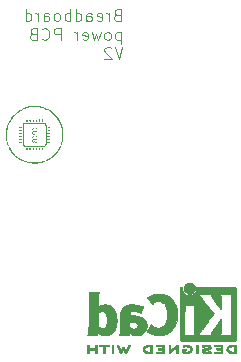
<source format=gbo>
%TF.GenerationSoftware,KiCad,Pcbnew,8.0.8*%
%TF.CreationDate,2025-02-11T08:07:39+05:30*%
%TF.ProjectId,bread_board_PS,62726561-645f-4626-9f61-72645f50532e,v0.1*%
%TF.SameCoordinates,Original*%
%TF.FileFunction,Legend,Bot*%
%TF.FilePolarity,Positive*%
%FSLAX46Y46*%
G04 Gerber Fmt 4.6, Leading zero omitted, Abs format (unit mm)*
G04 Created by KiCad (PCBNEW 8.0.8) date 2025-02-11 08:07:39*
%MOMM*%
%LPD*%
G01*
G04 APERTURE LIST*
%ADD10C,0.100000*%
%ADD11C,0.000000*%
%ADD12C,0.010000*%
G04 APERTURE END LIST*
D10*
X139962782Y-42328721D02*
X139819925Y-42376340D01*
X139819925Y-42376340D02*
X139772306Y-42423959D01*
X139772306Y-42423959D02*
X139724687Y-42519197D01*
X139724687Y-42519197D02*
X139724687Y-42662054D01*
X139724687Y-42662054D02*
X139772306Y-42757292D01*
X139772306Y-42757292D02*
X139819925Y-42804912D01*
X139819925Y-42804912D02*
X139915163Y-42852531D01*
X139915163Y-42852531D02*
X140296115Y-42852531D01*
X140296115Y-42852531D02*
X140296115Y-41852531D01*
X140296115Y-41852531D02*
X139962782Y-41852531D01*
X139962782Y-41852531D02*
X139867544Y-41900150D01*
X139867544Y-41900150D02*
X139819925Y-41947769D01*
X139819925Y-41947769D02*
X139772306Y-42043007D01*
X139772306Y-42043007D02*
X139772306Y-42138245D01*
X139772306Y-42138245D02*
X139819925Y-42233483D01*
X139819925Y-42233483D02*
X139867544Y-42281102D01*
X139867544Y-42281102D02*
X139962782Y-42328721D01*
X139962782Y-42328721D02*
X140296115Y-42328721D01*
X139296115Y-42852531D02*
X139296115Y-42185864D01*
X139296115Y-42376340D02*
X139248496Y-42281102D01*
X139248496Y-42281102D02*
X139200877Y-42233483D01*
X139200877Y-42233483D02*
X139105639Y-42185864D01*
X139105639Y-42185864D02*
X139010401Y-42185864D01*
X138296115Y-42804912D02*
X138391353Y-42852531D01*
X138391353Y-42852531D02*
X138581829Y-42852531D01*
X138581829Y-42852531D02*
X138677067Y-42804912D01*
X138677067Y-42804912D02*
X138724686Y-42709673D01*
X138724686Y-42709673D02*
X138724686Y-42328721D01*
X138724686Y-42328721D02*
X138677067Y-42233483D01*
X138677067Y-42233483D02*
X138581829Y-42185864D01*
X138581829Y-42185864D02*
X138391353Y-42185864D01*
X138391353Y-42185864D02*
X138296115Y-42233483D01*
X138296115Y-42233483D02*
X138248496Y-42328721D01*
X138248496Y-42328721D02*
X138248496Y-42423959D01*
X138248496Y-42423959D02*
X138724686Y-42519197D01*
X137391353Y-42852531D02*
X137391353Y-42328721D01*
X137391353Y-42328721D02*
X137438972Y-42233483D01*
X137438972Y-42233483D02*
X137534210Y-42185864D01*
X137534210Y-42185864D02*
X137724686Y-42185864D01*
X137724686Y-42185864D02*
X137819924Y-42233483D01*
X137391353Y-42804912D02*
X137486591Y-42852531D01*
X137486591Y-42852531D02*
X137724686Y-42852531D01*
X137724686Y-42852531D02*
X137819924Y-42804912D01*
X137819924Y-42804912D02*
X137867543Y-42709673D01*
X137867543Y-42709673D02*
X137867543Y-42614435D01*
X137867543Y-42614435D02*
X137819924Y-42519197D01*
X137819924Y-42519197D02*
X137724686Y-42471578D01*
X137724686Y-42471578D02*
X137486591Y-42471578D01*
X137486591Y-42471578D02*
X137391353Y-42423959D01*
X136486591Y-42852531D02*
X136486591Y-41852531D01*
X136486591Y-42804912D02*
X136581829Y-42852531D01*
X136581829Y-42852531D02*
X136772305Y-42852531D01*
X136772305Y-42852531D02*
X136867543Y-42804912D01*
X136867543Y-42804912D02*
X136915162Y-42757292D01*
X136915162Y-42757292D02*
X136962781Y-42662054D01*
X136962781Y-42662054D02*
X136962781Y-42376340D01*
X136962781Y-42376340D02*
X136915162Y-42281102D01*
X136915162Y-42281102D02*
X136867543Y-42233483D01*
X136867543Y-42233483D02*
X136772305Y-42185864D01*
X136772305Y-42185864D02*
X136581829Y-42185864D01*
X136581829Y-42185864D02*
X136486591Y-42233483D01*
X136010400Y-42852531D02*
X136010400Y-41852531D01*
X136010400Y-42233483D02*
X135915162Y-42185864D01*
X135915162Y-42185864D02*
X135724686Y-42185864D01*
X135724686Y-42185864D02*
X135629448Y-42233483D01*
X135629448Y-42233483D02*
X135581829Y-42281102D01*
X135581829Y-42281102D02*
X135534210Y-42376340D01*
X135534210Y-42376340D02*
X135534210Y-42662054D01*
X135534210Y-42662054D02*
X135581829Y-42757292D01*
X135581829Y-42757292D02*
X135629448Y-42804912D01*
X135629448Y-42804912D02*
X135724686Y-42852531D01*
X135724686Y-42852531D02*
X135915162Y-42852531D01*
X135915162Y-42852531D02*
X136010400Y-42804912D01*
X134962781Y-42852531D02*
X135058019Y-42804912D01*
X135058019Y-42804912D02*
X135105638Y-42757292D01*
X135105638Y-42757292D02*
X135153257Y-42662054D01*
X135153257Y-42662054D02*
X135153257Y-42376340D01*
X135153257Y-42376340D02*
X135105638Y-42281102D01*
X135105638Y-42281102D02*
X135058019Y-42233483D01*
X135058019Y-42233483D02*
X134962781Y-42185864D01*
X134962781Y-42185864D02*
X134819924Y-42185864D01*
X134819924Y-42185864D02*
X134724686Y-42233483D01*
X134724686Y-42233483D02*
X134677067Y-42281102D01*
X134677067Y-42281102D02*
X134629448Y-42376340D01*
X134629448Y-42376340D02*
X134629448Y-42662054D01*
X134629448Y-42662054D02*
X134677067Y-42757292D01*
X134677067Y-42757292D02*
X134724686Y-42804912D01*
X134724686Y-42804912D02*
X134819924Y-42852531D01*
X134819924Y-42852531D02*
X134962781Y-42852531D01*
X133772305Y-42852531D02*
X133772305Y-42328721D01*
X133772305Y-42328721D02*
X133819924Y-42233483D01*
X133819924Y-42233483D02*
X133915162Y-42185864D01*
X133915162Y-42185864D02*
X134105638Y-42185864D01*
X134105638Y-42185864D02*
X134200876Y-42233483D01*
X133772305Y-42804912D02*
X133867543Y-42852531D01*
X133867543Y-42852531D02*
X134105638Y-42852531D01*
X134105638Y-42852531D02*
X134200876Y-42804912D01*
X134200876Y-42804912D02*
X134248495Y-42709673D01*
X134248495Y-42709673D02*
X134248495Y-42614435D01*
X134248495Y-42614435D02*
X134200876Y-42519197D01*
X134200876Y-42519197D02*
X134105638Y-42471578D01*
X134105638Y-42471578D02*
X133867543Y-42471578D01*
X133867543Y-42471578D02*
X133772305Y-42423959D01*
X133296114Y-42852531D02*
X133296114Y-42185864D01*
X133296114Y-42376340D02*
X133248495Y-42281102D01*
X133248495Y-42281102D02*
X133200876Y-42233483D01*
X133200876Y-42233483D02*
X133105638Y-42185864D01*
X133105638Y-42185864D02*
X133010400Y-42185864D01*
X132248495Y-42852531D02*
X132248495Y-41852531D01*
X132248495Y-42804912D02*
X132343733Y-42852531D01*
X132343733Y-42852531D02*
X132534209Y-42852531D01*
X132534209Y-42852531D02*
X132629447Y-42804912D01*
X132629447Y-42804912D02*
X132677066Y-42757292D01*
X132677066Y-42757292D02*
X132724685Y-42662054D01*
X132724685Y-42662054D02*
X132724685Y-42376340D01*
X132724685Y-42376340D02*
X132677066Y-42281102D01*
X132677066Y-42281102D02*
X132629447Y-42233483D01*
X132629447Y-42233483D02*
X132534209Y-42185864D01*
X132534209Y-42185864D02*
X132343733Y-42185864D01*
X132343733Y-42185864D02*
X132248495Y-42233483D01*
X140296115Y-43795808D02*
X140296115Y-44795808D01*
X140296115Y-43843427D02*
X140200877Y-43795808D01*
X140200877Y-43795808D02*
X140010401Y-43795808D01*
X140010401Y-43795808D02*
X139915163Y-43843427D01*
X139915163Y-43843427D02*
X139867544Y-43891046D01*
X139867544Y-43891046D02*
X139819925Y-43986284D01*
X139819925Y-43986284D02*
X139819925Y-44271998D01*
X139819925Y-44271998D02*
X139867544Y-44367236D01*
X139867544Y-44367236D02*
X139915163Y-44414856D01*
X139915163Y-44414856D02*
X140010401Y-44462475D01*
X140010401Y-44462475D02*
X140200877Y-44462475D01*
X140200877Y-44462475D02*
X140296115Y-44414856D01*
X139248496Y-44462475D02*
X139343734Y-44414856D01*
X139343734Y-44414856D02*
X139391353Y-44367236D01*
X139391353Y-44367236D02*
X139438972Y-44271998D01*
X139438972Y-44271998D02*
X139438972Y-43986284D01*
X139438972Y-43986284D02*
X139391353Y-43891046D01*
X139391353Y-43891046D02*
X139343734Y-43843427D01*
X139343734Y-43843427D02*
X139248496Y-43795808D01*
X139248496Y-43795808D02*
X139105639Y-43795808D01*
X139105639Y-43795808D02*
X139010401Y-43843427D01*
X139010401Y-43843427D02*
X138962782Y-43891046D01*
X138962782Y-43891046D02*
X138915163Y-43986284D01*
X138915163Y-43986284D02*
X138915163Y-44271998D01*
X138915163Y-44271998D02*
X138962782Y-44367236D01*
X138962782Y-44367236D02*
X139010401Y-44414856D01*
X139010401Y-44414856D02*
X139105639Y-44462475D01*
X139105639Y-44462475D02*
X139248496Y-44462475D01*
X138581829Y-43795808D02*
X138391353Y-44462475D01*
X138391353Y-44462475D02*
X138200877Y-43986284D01*
X138200877Y-43986284D02*
X138010401Y-44462475D01*
X138010401Y-44462475D02*
X137819925Y-43795808D01*
X137058020Y-44414856D02*
X137153258Y-44462475D01*
X137153258Y-44462475D02*
X137343734Y-44462475D01*
X137343734Y-44462475D02*
X137438972Y-44414856D01*
X137438972Y-44414856D02*
X137486591Y-44319617D01*
X137486591Y-44319617D02*
X137486591Y-43938665D01*
X137486591Y-43938665D02*
X137438972Y-43843427D01*
X137438972Y-43843427D02*
X137343734Y-43795808D01*
X137343734Y-43795808D02*
X137153258Y-43795808D01*
X137153258Y-43795808D02*
X137058020Y-43843427D01*
X137058020Y-43843427D02*
X137010401Y-43938665D01*
X137010401Y-43938665D02*
X137010401Y-44033903D01*
X137010401Y-44033903D02*
X137486591Y-44129141D01*
X136581829Y-44462475D02*
X136581829Y-43795808D01*
X136581829Y-43986284D02*
X136534210Y-43891046D01*
X136534210Y-43891046D02*
X136486591Y-43843427D01*
X136486591Y-43843427D02*
X136391353Y-43795808D01*
X136391353Y-43795808D02*
X136296115Y-43795808D01*
X135200876Y-44462475D02*
X135200876Y-43462475D01*
X135200876Y-43462475D02*
X134819924Y-43462475D01*
X134819924Y-43462475D02*
X134724686Y-43510094D01*
X134724686Y-43510094D02*
X134677067Y-43557713D01*
X134677067Y-43557713D02*
X134629448Y-43652951D01*
X134629448Y-43652951D02*
X134629448Y-43795808D01*
X134629448Y-43795808D02*
X134677067Y-43891046D01*
X134677067Y-43891046D02*
X134724686Y-43938665D01*
X134724686Y-43938665D02*
X134819924Y-43986284D01*
X134819924Y-43986284D02*
X135200876Y-43986284D01*
X133629448Y-44367236D02*
X133677067Y-44414856D01*
X133677067Y-44414856D02*
X133819924Y-44462475D01*
X133819924Y-44462475D02*
X133915162Y-44462475D01*
X133915162Y-44462475D02*
X134058019Y-44414856D01*
X134058019Y-44414856D02*
X134153257Y-44319617D01*
X134153257Y-44319617D02*
X134200876Y-44224379D01*
X134200876Y-44224379D02*
X134248495Y-44033903D01*
X134248495Y-44033903D02*
X134248495Y-43891046D01*
X134248495Y-43891046D02*
X134200876Y-43700570D01*
X134200876Y-43700570D02*
X134153257Y-43605332D01*
X134153257Y-43605332D02*
X134058019Y-43510094D01*
X134058019Y-43510094D02*
X133915162Y-43462475D01*
X133915162Y-43462475D02*
X133819924Y-43462475D01*
X133819924Y-43462475D02*
X133677067Y-43510094D01*
X133677067Y-43510094D02*
X133629448Y-43557713D01*
X132867543Y-43938665D02*
X132724686Y-43986284D01*
X132724686Y-43986284D02*
X132677067Y-44033903D01*
X132677067Y-44033903D02*
X132629448Y-44129141D01*
X132629448Y-44129141D02*
X132629448Y-44271998D01*
X132629448Y-44271998D02*
X132677067Y-44367236D01*
X132677067Y-44367236D02*
X132724686Y-44414856D01*
X132724686Y-44414856D02*
X132819924Y-44462475D01*
X132819924Y-44462475D02*
X133200876Y-44462475D01*
X133200876Y-44462475D02*
X133200876Y-43462475D01*
X133200876Y-43462475D02*
X132867543Y-43462475D01*
X132867543Y-43462475D02*
X132772305Y-43510094D01*
X132772305Y-43510094D02*
X132724686Y-43557713D01*
X132724686Y-43557713D02*
X132677067Y-43652951D01*
X132677067Y-43652951D02*
X132677067Y-43748189D01*
X132677067Y-43748189D02*
X132724686Y-43843427D01*
X132724686Y-43843427D02*
X132772305Y-43891046D01*
X132772305Y-43891046D02*
X132867543Y-43938665D01*
X132867543Y-43938665D02*
X133200876Y-43938665D01*
X140438972Y-45072419D02*
X140105639Y-46072419D01*
X140105639Y-46072419D02*
X139772306Y-45072419D01*
X139486591Y-45167657D02*
X139438972Y-45120038D01*
X139438972Y-45120038D02*
X139343734Y-45072419D01*
X139343734Y-45072419D02*
X139105639Y-45072419D01*
X139105639Y-45072419D02*
X139010401Y-45120038D01*
X139010401Y-45120038D02*
X138962782Y-45167657D01*
X138962782Y-45167657D02*
X138915163Y-45262895D01*
X138915163Y-45262895D02*
X138915163Y-45358133D01*
X138915163Y-45358133D02*
X138962782Y-45500990D01*
X138962782Y-45500990D02*
X139534210Y-46072419D01*
X139534210Y-46072419D02*
X138915163Y-46072419D01*
D11*
%TO.C,G\u002A\u002A\u002A*%
G36*
X133023282Y-50056381D02*
G01*
X133161132Y-50061081D01*
X133315890Y-50076244D01*
X133469045Y-50101193D01*
X133620222Y-50135866D01*
X133769045Y-50180204D01*
X133915137Y-50234146D01*
X134058123Y-50297631D01*
X134178116Y-50359757D01*
X134310114Y-50438410D01*
X134438301Y-50526109D01*
X134563193Y-50623187D01*
X134578618Y-50636281D01*
X134607800Y-50662353D01*
X134641150Y-50693374D01*
X134677203Y-50727889D01*
X134714492Y-50764439D01*
X134751555Y-50801566D01*
X134786925Y-50837814D01*
X134819138Y-50871725D01*
X134846730Y-50901841D01*
X134868236Y-50926705D01*
X134941037Y-51018731D01*
X135025701Y-51136848D01*
X135102062Y-51256539D01*
X135111709Y-51273101D01*
X135130825Y-51307737D01*
X135152218Y-51348303D01*
X135174853Y-51392696D01*
X135197694Y-51438813D01*
X135219705Y-51484550D01*
X135239851Y-51527804D01*
X135257097Y-51566471D01*
X135270405Y-51598449D01*
X135278264Y-51618668D01*
X135330194Y-51767983D01*
X135372341Y-51919674D01*
X135404645Y-52073461D01*
X135427046Y-52229066D01*
X135439485Y-52386212D01*
X135441298Y-52436892D01*
X135440300Y-52584225D01*
X135430273Y-52733015D01*
X135411428Y-52881445D01*
X135383977Y-53027698D01*
X135348133Y-53169956D01*
X135325283Y-53245182D01*
X135273243Y-53390968D01*
X135212477Y-53532217D01*
X135143323Y-53668615D01*
X135066119Y-53799850D01*
X134981203Y-53925610D01*
X134888914Y-54045580D01*
X134789590Y-54159449D01*
X134683569Y-54266904D01*
X134571190Y-54367631D01*
X134452791Y-54461319D01*
X134328710Y-54547653D01*
X134199285Y-54626322D01*
X134064856Y-54697013D01*
X133925759Y-54759413D01*
X133782334Y-54813208D01*
X133634919Y-54858087D01*
X133483851Y-54893736D01*
X133409434Y-54907734D01*
X133309611Y-54922784D01*
X133210298Y-54933144D01*
X133108194Y-54939135D01*
X133000000Y-54941081D01*
X132996315Y-54941080D01*
X132841833Y-54936482D01*
X132691355Y-54922901D01*
X132543961Y-54900164D01*
X132398729Y-54868100D01*
X132254741Y-54826538D01*
X132111076Y-54775307D01*
X132079378Y-54762676D01*
X131938721Y-54700157D01*
X131803083Y-54629232D01*
X131672767Y-54550285D01*
X131548075Y-54463702D01*
X131429307Y-54369866D01*
X131316766Y-54269163D01*
X131210754Y-54161977D01*
X131111572Y-54048693D01*
X131019522Y-53929696D01*
X130934905Y-53805369D01*
X130858024Y-53676099D01*
X130789180Y-53542269D01*
X130728674Y-53404265D01*
X130676809Y-53262471D01*
X130633887Y-53117271D01*
X130600208Y-52969051D01*
X130576075Y-52818194D01*
X130564748Y-52711125D01*
X130556261Y-52552532D01*
X130557350Y-52440236D01*
X130651230Y-52440236D01*
X130652237Y-52596988D01*
X130657555Y-52691651D01*
X130674130Y-52841563D01*
X130700528Y-52989942D01*
X130736596Y-53136324D01*
X130782181Y-53280248D01*
X130837131Y-53421252D01*
X130901294Y-53558872D01*
X130974516Y-53692646D01*
X131056645Y-53822113D01*
X131072789Y-53845499D01*
X131159266Y-53960806D01*
X131254101Y-54071993D01*
X131356165Y-54177942D01*
X131464330Y-54277538D01*
X131577468Y-54369664D01*
X131694450Y-54453203D01*
X131753670Y-54491420D01*
X131885731Y-54568325D01*
X132021092Y-54635862D01*
X132160053Y-54694139D01*
X132302914Y-54743265D01*
X132449977Y-54783348D01*
X132601542Y-54814497D01*
X132757909Y-54836819D01*
X132772032Y-54838274D01*
X132815566Y-54841542D01*
X132866214Y-54843949D01*
X132921832Y-54845494D01*
X132980278Y-54846179D01*
X133039408Y-54846004D01*
X133097079Y-54844969D01*
X133151148Y-54843075D01*
X133199472Y-54840323D01*
X133239908Y-54836712D01*
X133256212Y-54834821D01*
X133412905Y-54811366D01*
X133565204Y-54778821D01*
X133713192Y-54737151D01*
X133856951Y-54686320D01*
X133996565Y-54626294D01*
X134132114Y-54557038D01*
X134263684Y-54478515D01*
X134391355Y-54390691D01*
X134515212Y-54293531D01*
X134543084Y-54269400D01*
X134578787Y-54236760D01*
X134617500Y-54199918D01*
X134657437Y-54160660D01*
X134696809Y-54120774D01*
X134733828Y-54082046D01*
X134766707Y-54046263D01*
X134793658Y-54015212D01*
X134802794Y-54004179D01*
X134899262Y-53879369D01*
X134986540Y-53750444D01*
X135064577Y-53617521D01*
X135133325Y-53480714D01*
X135192735Y-53340138D01*
X135242758Y-53195906D01*
X135283344Y-53048136D01*
X135314446Y-52896940D01*
X135336015Y-52742434D01*
X135337383Y-52728299D01*
X135340030Y-52691902D01*
X135342263Y-52648812D01*
X135344047Y-52601125D01*
X135345345Y-52550937D01*
X135346118Y-52500345D01*
X135346330Y-52451444D01*
X135345944Y-52406330D01*
X135344922Y-52367101D01*
X135343227Y-52335852D01*
X135343163Y-52335027D01*
X135326222Y-52178281D01*
X135299881Y-52025196D01*
X135264107Y-51875644D01*
X135218864Y-51729500D01*
X135164118Y-51586637D01*
X135099833Y-51446928D01*
X135079651Y-51407568D01*
X135007171Y-51280080D01*
X134925890Y-51156250D01*
X134836569Y-51036994D01*
X134739971Y-50923227D01*
X134636859Y-50815863D01*
X134527995Y-50715817D01*
X134414141Y-50624005D01*
X134394627Y-50609464D01*
X134266906Y-50521359D01*
X134135188Y-50442516D01*
X133999430Y-50372918D01*
X133859592Y-50312548D01*
X133715630Y-50261391D01*
X133567504Y-50219429D01*
X133415173Y-50186645D01*
X133258593Y-50163024D01*
X133256958Y-50162831D01*
X133222614Y-50159681D01*
X133180265Y-50157168D01*
X133131722Y-50155290D01*
X133078791Y-50154048D01*
X133023282Y-50153441D01*
X132967004Y-50153469D01*
X132911764Y-50154132D01*
X132859371Y-50155428D01*
X132811635Y-50157359D01*
X132770362Y-50159923D01*
X132737363Y-50163120D01*
X132673274Y-50171725D01*
X132563276Y-50189898D01*
X132458718Y-50211930D01*
X132356874Y-50238424D01*
X132255021Y-50269983D01*
X132229456Y-50278676D01*
X132086038Y-50333618D01*
X131947392Y-50397325D01*
X131813841Y-50469516D01*
X131685710Y-50549909D01*
X131563322Y-50638223D01*
X131447000Y-50734174D01*
X131337069Y-50837482D01*
X131233853Y-50947865D01*
X131137674Y-51065040D01*
X131048856Y-51188726D01*
X130967724Y-51318641D01*
X130894601Y-51454504D01*
X130842077Y-51567032D01*
X130786399Y-51706586D01*
X130740384Y-51847990D01*
X130703946Y-51991650D01*
X130676999Y-52137974D01*
X130659455Y-52287367D01*
X130651230Y-52440236D01*
X130557350Y-52440236D01*
X130557789Y-52394974D01*
X130569331Y-52238562D01*
X130590884Y-52083404D01*
X130604572Y-52010320D01*
X130640389Y-51858751D01*
X130685648Y-51710690D01*
X130740392Y-51566034D01*
X130804661Y-51424679D01*
X130878495Y-51286523D01*
X130961937Y-51151461D01*
X131019953Y-51067574D01*
X131114461Y-50945287D01*
X131216119Y-50829683D01*
X131324498Y-50721031D01*
X131439170Y-50619599D01*
X131559704Y-50525655D01*
X131685672Y-50439467D01*
X131816645Y-50361303D01*
X131952193Y-50291432D01*
X132091886Y-50230122D01*
X132235297Y-50177640D01*
X132381995Y-50134255D01*
X132531552Y-50100235D01*
X132683537Y-50075849D01*
X132691000Y-50074910D01*
X132848311Y-50060353D01*
X133005147Y-50055763D01*
X133023282Y-50056381D01*
G37*
G36*
X134223030Y-51803249D02*
G01*
X134252620Y-51804695D01*
X134274452Y-51807733D01*
X134289900Y-51812703D01*
X134300337Y-51819940D01*
X134307138Y-51829784D01*
X134310133Y-51836947D01*
X134312248Y-51854501D01*
X134305846Y-51873252D01*
X134302102Y-51879560D01*
X134295024Y-51887129D01*
X134285015Y-51892506D01*
X134270646Y-51895989D01*
X134250487Y-51897876D01*
X134223111Y-51898467D01*
X134187086Y-51898059D01*
X134105206Y-51896441D01*
X134093029Y-51882269D01*
X134084399Y-51868794D01*
X134081472Y-51849718D01*
X134088274Y-51828553D01*
X134094176Y-51819948D01*
X134103430Y-51812963D01*
X134117037Y-51808107D01*
X134136427Y-51805050D01*
X134163028Y-51803459D01*
X134198270Y-51803003D01*
X134223030Y-51803249D01*
G37*
G36*
X134300609Y-52081775D02*
G01*
X134306778Y-52089832D01*
X134311810Y-52101757D01*
X134311330Y-52115867D01*
X134306249Y-52130710D01*
X134295395Y-52145188D01*
X134291305Y-52148508D01*
X134285683Y-52151751D01*
X134278168Y-52153982D01*
X134267119Y-52155389D01*
X134250893Y-52156160D01*
X134227850Y-52156485D01*
X134196347Y-52156552D01*
X134110378Y-52156552D01*
X134095615Y-52141788D01*
X134090922Y-52136594D01*
X134081865Y-52118740D01*
X134082864Y-52100179D01*
X134093927Y-52081179D01*
X134107002Y-52065639D01*
X134197017Y-52065639D01*
X134287032Y-52065639D01*
X134300609Y-52081775D01*
G37*
G36*
X134226243Y-52323397D02*
G01*
X134253688Y-52324224D01*
X134273706Y-52326053D01*
X134287732Y-52329230D01*
X134297197Y-52334098D01*
X134303533Y-52341000D01*
X134308175Y-52350282D01*
X134312201Y-52364674D01*
X134310119Y-52382705D01*
X134298420Y-52399374D01*
X134283656Y-52414138D01*
X134195329Y-52414138D01*
X134107002Y-52414138D01*
X134093927Y-52398598D01*
X134089539Y-52392851D01*
X134081506Y-52373955D01*
X134083533Y-52355578D01*
X134095615Y-52337989D01*
X134110378Y-52323225D01*
X134195505Y-52323225D01*
X134226243Y-52323397D01*
G37*
G36*
X134214508Y-52581102D02*
G01*
X134244151Y-52581775D01*
X134265988Y-52583397D01*
X134281561Y-52586330D01*
X134292414Y-52590937D01*
X134300091Y-52597580D01*
X134306135Y-52606621D01*
X134310293Y-52615553D01*
X134312368Y-52632365D01*
X134305986Y-52650789D01*
X134304041Y-52654302D01*
X134297521Y-52662660D01*
X134288452Y-52668696D01*
X134275326Y-52672767D01*
X134256635Y-52675232D01*
X134230872Y-52676449D01*
X134196529Y-52676775D01*
X134181051Y-52676719D01*
X134150081Y-52675988D01*
X134127125Y-52674096D01*
X134110717Y-52670651D01*
X134099393Y-52665256D01*
X134091688Y-52657518D01*
X134086139Y-52647042D01*
X134084982Y-52644005D01*
X134082292Y-52623242D01*
X134088456Y-52604666D01*
X134102798Y-52590564D01*
X134108658Y-52587420D01*
X134116969Y-52584565D01*
X134128155Y-52582681D01*
X134144020Y-52581582D01*
X134166373Y-52581085D01*
X134197017Y-52581009D01*
X134214508Y-52581102D01*
G37*
G36*
X134209049Y-52839165D02*
G01*
X134283721Y-52840923D01*
X134299000Y-52858031D01*
X134307921Y-52869285D01*
X134312050Y-52880047D01*
X134311368Y-52893084D01*
X134311256Y-52893738D01*
X134306100Y-52909151D01*
X134298066Y-52921432D01*
X134295431Y-52923846D01*
X134290326Y-52927011D01*
X134282944Y-52929296D01*
X134271721Y-52930889D01*
X134255091Y-52931981D01*
X134231490Y-52932763D01*
X134199353Y-52933424D01*
X134111031Y-52935013D01*
X134095941Y-52919923D01*
X134083929Y-52902925D01*
X134081438Y-52884534D01*
X134088456Y-52863594D01*
X134089554Y-52861589D01*
X134096633Y-52852782D01*
X134107060Y-52846364D01*
X134122175Y-52842065D01*
X134143318Y-52839613D01*
X134171829Y-52838737D01*
X134209049Y-52839165D01*
G37*
G36*
X134227708Y-53101236D02*
G01*
X134254626Y-53102096D01*
X134274248Y-53103952D01*
X134288002Y-53107142D01*
X134297320Y-53112003D01*
X134303631Y-53118873D01*
X134308366Y-53128091D01*
X134311293Y-53145378D01*
X134306742Y-53164646D01*
X134295230Y-53180583D01*
X134291165Y-53183921D01*
X134285595Y-53187158D01*
X134278116Y-53189384D01*
X134267090Y-53190788D01*
X134250879Y-53191557D01*
X134227845Y-53191881D01*
X134196347Y-53191947D01*
X134110378Y-53191947D01*
X134095615Y-53177183D01*
X134090922Y-53171989D01*
X134081865Y-53154135D01*
X134082864Y-53135573D01*
X134093927Y-53116574D01*
X134107002Y-53101034D01*
X134193817Y-53101034D01*
X134227708Y-53101236D01*
G37*
G36*
X133014017Y-51479511D02*
G01*
X133094031Y-51479563D01*
X133173264Y-51479665D01*
X133251051Y-51479815D01*
X133326725Y-51480013D01*
X133399621Y-51480259D01*
X133469074Y-51480554D01*
X133534417Y-51480896D01*
X133594985Y-51481287D01*
X133650112Y-51481724D01*
X133699132Y-51482209D01*
X133741380Y-51482742D01*
X133776189Y-51483321D01*
X133802894Y-51483947D01*
X133820830Y-51484620D01*
X133829330Y-51485339D01*
X133857798Y-51493188D01*
X133900333Y-51512747D01*
X133937905Y-51539974D01*
X133969147Y-51573799D01*
X133992691Y-51613153D01*
X133993822Y-51615624D01*
X134001972Y-51634510D01*
X134008294Y-51650934D01*
X134011501Y-51661583D01*
X134011712Y-51666045D01*
X134011971Y-51680256D01*
X134012228Y-51703586D01*
X134012483Y-51735497D01*
X134012731Y-51775448D01*
X134012973Y-51822898D01*
X134013206Y-51877307D01*
X134013427Y-51938135D01*
X134013636Y-52004842D01*
X134013829Y-52076888D01*
X134014006Y-52153732D01*
X134014163Y-52234835D01*
X134014300Y-52319655D01*
X134014414Y-52407652D01*
X134014504Y-52498287D01*
X134014534Y-52534981D01*
X134014615Y-52638643D01*
X134014677Y-52732835D01*
X134014714Y-52818031D01*
X134014722Y-52894704D01*
X134014696Y-52963327D01*
X134014631Y-53024375D01*
X134014521Y-53078322D01*
X134014363Y-53125640D01*
X134014152Y-53166803D01*
X134013881Y-53202286D01*
X134013547Y-53232561D01*
X134013144Y-53258102D01*
X134012668Y-53279384D01*
X134012114Y-53296879D01*
X134011476Y-53311061D01*
X134010750Y-53322404D01*
X134009930Y-53331381D01*
X134009013Y-53338467D01*
X134007992Y-53344135D01*
X134006864Y-53348858D01*
X134005623Y-53353110D01*
X133990107Y-53390723D01*
X133964366Y-53429935D01*
X133931463Y-53463184D01*
X133892571Y-53489319D01*
X133848864Y-53507184D01*
X133846294Y-53507851D01*
X133841086Y-53508839D01*
X133834109Y-53509734D01*
X133824902Y-53510543D01*
X133813000Y-53511269D01*
X133797942Y-53511917D01*
X133779264Y-53512490D01*
X133756504Y-53512994D01*
X133729197Y-53513433D01*
X133696882Y-53513811D01*
X133659095Y-53514132D01*
X133615374Y-53514401D01*
X133565255Y-53514622D01*
X133508275Y-53514799D01*
X133443972Y-53514937D01*
X133371882Y-53515040D01*
X133291543Y-53515113D01*
X133202491Y-53515160D01*
X133104264Y-53515185D01*
X132996399Y-53515192D01*
X132990914Y-53515192D01*
X132884553Y-53515190D01*
X132787797Y-53515182D01*
X132700171Y-53515162D01*
X132621203Y-53515123D01*
X132550418Y-53515061D01*
X132487344Y-53514969D01*
X132431505Y-53514841D01*
X132382430Y-53514671D01*
X132339644Y-53514455D01*
X132302673Y-53514185D01*
X132271044Y-53513857D01*
X132244283Y-53513464D01*
X132221917Y-53513000D01*
X132203472Y-53512461D01*
X132188474Y-53511839D01*
X132176450Y-53511129D01*
X132166926Y-53510326D01*
X132159428Y-53509424D01*
X132153484Y-53508416D01*
X132148618Y-53507297D01*
X132144358Y-53506061D01*
X132140230Y-53504703D01*
X132128459Y-53500317D01*
X132097071Y-53485054D01*
X132067758Y-53466165D01*
X132044493Y-53446085D01*
X132036425Y-53436424D01*
X132024649Y-53420104D01*
X132013224Y-53402342D01*
X132010218Y-53397430D01*
X132006212Y-53391007D01*
X132002573Y-53384930D01*
X131999282Y-53378725D01*
X131996323Y-53371916D01*
X131993678Y-53364029D01*
X131991329Y-53354589D01*
X131989260Y-53343120D01*
X131987451Y-53329148D01*
X131985886Y-53312199D01*
X131984548Y-53291796D01*
X131983418Y-53267466D01*
X131982480Y-53238733D01*
X131981715Y-53205123D01*
X131981106Y-53166160D01*
X131980636Y-53121369D01*
X131980287Y-53070277D01*
X131980041Y-53012407D01*
X131979881Y-52947286D01*
X131979790Y-52874437D01*
X131979749Y-52793387D01*
X131979742Y-52703660D01*
X131979751Y-52604781D01*
X131979757Y-52496276D01*
X131979754Y-52423068D01*
X131979742Y-52321902D01*
X131979738Y-52230037D01*
X131979744Y-52205369D01*
X132075689Y-52205369D01*
X132075715Y-52294975D01*
X132075749Y-52393751D01*
X132075770Y-52502162D01*
X132075819Y-53315689D01*
X132087632Y-53340942D01*
X132093659Y-53351812D01*
X132107383Y-53370937D01*
X132122549Y-53387407D01*
X132122913Y-53387743D01*
X132127774Y-53392460D01*
X132132007Y-53396758D01*
X132136078Y-53400654D01*
X132140453Y-53404169D01*
X132145600Y-53407320D01*
X132151985Y-53410126D01*
X132160074Y-53412607D01*
X132170334Y-53414780D01*
X132183231Y-53416666D01*
X132199232Y-53418281D01*
X132218804Y-53419646D01*
X132242412Y-53420779D01*
X132270523Y-53421698D01*
X132303605Y-53422423D01*
X132342123Y-53422972D01*
X132386543Y-53423363D01*
X132437333Y-53423617D01*
X132494959Y-53423751D01*
X132559887Y-53423784D01*
X132632584Y-53423734D01*
X132713517Y-53423622D01*
X132803151Y-53423465D01*
X132901954Y-53423282D01*
X133010391Y-53423092D01*
X133820740Y-53421754D01*
X133848519Y-53406085D01*
X133877982Y-53384426D01*
X133901448Y-53355759D01*
X133916574Y-53322125D01*
X133917505Y-53318267D01*
X133918446Y-53312351D01*
X133919295Y-53304254D01*
X133920058Y-53293509D01*
X133920739Y-53279650D01*
X133921341Y-53262212D01*
X133921869Y-53240728D01*
X133922327Y-53214733D01*
X133922719Y-53183762D01*
X133923050Y-53147347D01*
X133923323Y-53105024D01*
X133923543Y-53056326D01*
X133923713Y-53000787D01*
X133923839Y-52937943D01*
X133923924Y-52867326D01*
X133923972Y-52788471D01*
X133923988Y-52700913D01*
X133923975Y-52604184D01*
X133923938Y-52497821D01*
X133923934Y-52487764D01*
X133923886Y-52381543D01*
X133923829Y-52284912D01*
X133923752Y-52197401D01*
X133923644Y-52118540D01*
X133923495Y-52047860D01*
X133923293Y-51984891D01*
X133923028Y-51929164D01*
X133922688Y-51880208D01*
X133922262Y-51837556D01*
X133921739Y-51800735D01*
X133921109Y-51769279D01*
X133920360Y-51742715D01*
X133919482Y-51720576D01*
X133918463Y-51702391D01*
X133917292Y-51687692D01*
X133915959Y-51676007D01*
X133914452Y-51666868D01*
X133912761Y-51659806D01*
X133910874Y-51654349D01*
X133908780Y-51650030D01*
X133906469Y-51646378D01*
X133903929Y-51642924D01*
X133892940Y-51629358D01*
X133869232Y-51605595D01*
X133845993Y-51589168D01*
X133825790Y-51578246D01*
X133007798Y-51576923D01*
X132965457Y-51576852D01*
X132860383Y-51576661D01*
X132764772Y-51576479D01*
X132678158Y-51576326D01*
X132600078Y-51576224D01*
X132530067Y-51576191D01*
X132467663Y-51576249D01*
X132412400Y-51576417D01*
X132363815Y-51576716D01*
X132321443Y-51577166D01*
X132284822Y-51577787D01*
X132253486Y-51578600D01*
X132226972Y-51579624D01*
X132204815Y-51580879D01*
X132186552Y-51582387D01*
X132171720Y-51584167D01*
X132159853Y-51586239D01*
X132150487Y-51588624D01*
X132143160Y-51591342D01*
X132137406Y-51594412D01*
X132132762Y-51597856D01*
X132128763Y-51601694D01*
X132124947Y-51605945D01*
X132120848Y-51610630D01*
X132116003Y-51615769D01*
X132114354Y-51617385D01*
X132109336Y-51621969D01*
X132104769Y-51625947D01*
X132100633Y-51629783D01*
X132096906Y-51633943D01*
X132093567Y-51638892D01*
X132090595Y-51645096D01*
X132087970Y-51653021D01*
X132085668Y-51663132D01*
X132083671Y-51675895D01*
X132081956Y-51691775D01*
X132080502Y-51711238D01*
X132079288Y-51734750D01*
X132078294Y-51762776D01*
X132077498Y-51795782D01*
X132076878Y-51834234D01*
X132076414Y-51878596D01*
X132076084Y-51929335D01*
X132075868Y-51986916D01*
X132075744Y-52051805D01*
X132075692Y-52124467D01*
X132075689Y-52205369D01*
X131979744Y-52205369D01*
X131979758Y-52146994D01*
X131979819Y-52072292D01*
X131979937Y-52005453D01*
X131980129Y-51945997D01*
X131980412Y-51893444D01*
X131980802Y-51847316D01*
X131981317Y-51807132D01*
X131981972Y-51772414D01*
X131982784Y-51742681D01*
X131983770Y-51717454D01*
X131984946Y-51696255D01*
X131986330Y-51678602D01*
X131987937Y-51664018D01*
X131989785Y-51652023D01*
X131991890Y-51642136D01*
X131994269Y-51633879D01*
X131996938Y-51626772D01*
X131999914Y-51620336D01*
X132003214Y-51614092D01*
X132006854Y-51607559D01*
X132010851Y-51600258D01*
X132025019Y-51577779D01*
X132054064Y-51545406D01*
X132089474Y-51518147D01*
X132129185Y-51497487D01*
X132171133Y-51484913D01*
X132172833Y-51484685D01*
X132184667Y-51483986D01*
X132205707Y-51483338D01*
X132235287Y-51482742D01*
X132272741Y-51482197D01*
X132317403Y-51481702D01*
X132368608Y-51481258D01*
X132425690Y-51480864D01*
X132487982Y-51480521D01*
X132530067Y-51480337D01*
X132554820Y-51480228D01*
X132625538Y-51479984D01*
X132699469Y-51479791D01*
X132775948Y-51479647D01*
X132854310Y-51479552D01*
X132933888Y-51479507D01*
X133014017Y-51479511D01*
G37*
G36*
X133661350Y-51189160D02*
G01*
X133678631Y-51200132D01*
X133691947Y-51213447D01*
X133691947Y-51300408D01*
X133691947Y-51301791D01*
X133691894Y-51333019D01*
X133691604Y-51355836D01*
X133690875Y-51371870D01*
X133689508Y-51382749D01*
X133687301Y-51390101D01*
X133684052Y-51395553D01*
X133679561Y-51400734D01*
X133668668Y-51409141D01*
X133649832Y-51414587D01*
X133630301Y-51412124D01*
X133613431Y-51401701D01*
X133612657Y-51400924D01*
X133608406Y-51396221D01*
X133605343Y-51390949D01*
X133603273Y-51383520D01*
X133602001Y-51372346D01*
X133601334Y-51355836D01*
X133601077Y-51332403D01*
X133601034Y-51300457D01*
X133601034Y-51294908D01*
X133601097Y-51264380D01*
X133601406Y-51242119D01*
X133602153Y-51226536D01*
X133603535Y-51216043D01*
X133605746Y-51209051D01*
X133608980Y-51203971D01*
X133613431Y-51199214D01*
X133622889Y-51192056D01*
X133641742Y-51186454D01*
X133661350Y-51189160D01*
G37*
G36*
X133655818Y-53584015D02*
G01*
X133668924Y-53587912D01*
X133679856Y-53597662D01*
X133683928Y-53602710D01*
X133687212Y-53608458D01*
X133689450Y-53616032D01*
X133690842Y-53627087D01*
X133691589Y-53643278D01*
X133691891Y-53666259D01*
X133691947Y-53697687D01*
X133691947Y-53783656D01*
X133677183Y-53798420D01*
X133663390Y-53808701D01*
X133644518Y-53813012D01*
X133624693Y-53807308D01*
X133623948Y-53806909D01*
X133616005Y-53802007D01*
X133610173Y-53796109D01*
X133606123Y-53787696D01*
X133603528Y-53775253D01*
X133602061Y-53757260D01*
X133601392Y-53732203D01*
X133601195Y-53698562D01*
X133601187Y-53667952D01*
X133601424Y-53644532D01*
X133602103Y-53627986D01*
X133603418Y-53616670D01*
X133605564Y-53608939D01*
X133608735Y-53603151D01*
X133613125Y-53597662D01*
X133618845Y-53591732D01*
X133630286Y-53585288D01*
X133646490Y-53583606D01*
X133655818Y-53584015D01*
G37*
G36*
X133401947Y-51189950D02*
G01*
X133419597Y-51201580D01*
X133434361Y-51216344D01*
X133434361Y-51299681D01*
X133434320Y-51328850D01*
X133434048Y-51351743D01*
X133433317Y-51367847D01*
X133431901Y-51378871D01*
X133429574Y-51386525D01*
X133426111Y-51392518D01*
X133421285Y-51398559D01*
X133407930Y-51409475D01*
X133389095Y-51414967D01*
X133369856Y-51412205D01*
X133353167Y-51401080D01*
X133350686Y-51398353D01*
X133346705Y-51392861D01*
X133343909Y-51385966D01*
X133342034Y-51375928D01*
X133340816Y-51361009D01*
X133339991Y-51339469D01*
X133339296Y-51309567D01*
X133339136Y-51301214D01*
X133338951Y-51267750D01*
X133339892Y-51242537D01*
X133342235Y-51224074D01*
X133346254Y-51210862D01*
X133352224Y-51201401D01*
X133360420Y-51194191D01*
X133363540Y-51192207D01*
X133382309Y-51186707D01*
X133401947Y-51189950D01*
G37*
G36*
X133413301Y-53590169D02*
G01*
X133427491Y-53606660D01*
X133430009Y-53613460D01*
X133431911Y-53625522D01*
X133433009Y-53643718D01*
X133433379Y-53669365D01*
X133433097Y-53703779D01*
X133431835Y-53788827D01*
X133417664Y-53801005D01*
X133399302Y-53811267D01*
X133380232Y-53812711D01*
X133362708Y-53806053D01*
X133348871Y-53792109D01*
X133340860Y-53771696D01*
X133340534Y-53769529D01*
X133339561Y-53755865D01*
X133338997Y-53735167D01*
X133338883Y-53709848D01*
X133339263Y-53682318D01*
X133340923Y-53610301D01*
X133357417Y-53595576D01*
X133357685Y-53595338D01*
X133376541Y-53584214D01*
X133395699Y-53582589D01*
X133413301Y-53590169D01*
G37*
G36*
X133155206Y-51194846D02*
G01*
X133169083Y-51210934D01*
X133169997Y-51212720D01*
X133172706Y-51220896D01*
X133174506Y-51232859D01*
X133175500Y-51250183D01*
X133175793Y-51274444D01*
X133175491Y-51307220D01*
X133174249Y-51389742D01*
X133160078Y-51401920D01*
X133149074Y-51409357D01*
X133129392Y-51414657D01*
X133110228Y-51411018D01*
X133093887Y-51398559D01*
X133089318Y-51392873D01*
X133085777Y-51386926D01*
X133083386Y-51379425D01*
X133081921Y-51368659D01*
X133081154Y-51352919D01*
X133080859Y-51330496D01*
X133080811Y-51299681D01*
X133080811Y-51216344D01*
X133095575Y-51201580D01*
X133099720Y-51197809D01*
X133118254Y-51187994D01*
X133137506Y-51187103D01*
X133155206Y-51194846D01*
G37*
G36*
X133144719Y-53586787D02*
G01*
X133161748Y-53597977D01*
X133173191Y-53616206D01*
X133174403Y-53622142D01*
X133175659Y-53637578D01*
X133176359Y-53659048D01*
X133176535Y-53684248D01*
X133176222Y-53710874D01*
X133175453Y-53736621D01*
X133174261Y-53759185D01*
X133172679Y-53776261D01*
X133170741Y-53785546D01*
X133167377Y-53791619D01*
X133153182Y-53805206D01*
X133134899Y-53811702D01*
X133115389Y-53810503D01*
X133097508Y-53801006D01*
X133083337Y-53788828D01*
X133081739Y-53705439D01*
X133081351Y-53670664D01*
X133081950Y-53642614D01*
X133083933Y-53621975D01*
X133087655Y-53607379D01*
X133093474Y-53597458D01*
X133101745Y-53590844D01*
X133112825Y-53586171D01*
X133124503Y-53583832D01*
X133144719Y-53586787D01*
G37*
G36*
X132885290Y-51189485D02*
G01*
X132900822Y-51200132D01*
X132914138Y-51213447D01*
X132914138Y-51301376D01*
X132914138Y-51305369D01*
X132914079Y-51336107D01*
X132913779Y-51358520D01*
X132913040Y-51374208D01*
X132911665Y-51384771D01*
X132909455Y-51391808D01*
X132906212Y-51396918D01*
X132901741Y-51401701D01*
X132900749Y-51402671D01*
X132886920Y-51411529D01*
X132868682Y-51414098D01*
X132867052Y-51414085D01*
X132849306Y-51411103D01*
X132835622Y-51401701D01*
X132835059Y-51401137D01*
X132830734Y-51396396D01*
X132827616Y-51391151D01*
X132825508Y-51383802D01*
X132824213Y-51372750D01*
X132823532Y-51356394D01*
X132823269Y-51333136D01*
X132823225Y-51301376D01*
X132823225Y-51213447D01*
X132836541Y-51200132D01*
X132850173Y-51190273D01*
X132868682Y-51186816D01*
X132885290Y-51189485D01*
G37*
G36*
X132878009Y-53584015D02*
G01*
X132891115Y-53587912D01*
X132902047Y-53597662D01*
X132906392Y-53603092D01*
X132909568Y-53608864D01*
X132911731Y-53616567D01*
X132913075Y-53627836D01*
X132913795Y-53644305D01*
X132914085Y-53667606D01*
X132914138Y-53699375D01*
X132914138Y-53787032D01*
X132898598Y-53800108D01*
X132892851Y-53804496D01*
X132873955Y-53812529D01*
X132855578Y-53810501D01*
X132837989Y-53798420D01*
X132823225Y-53783656D01*
X132823225Y-53697687D01*
X132823269Y-53668683D01*
X132823541Y-53645018D01*
X132824240Y-53628292D01*
X132825567Y-53616848D01*
X132827722Y-53609032D01*
X132830905Y-53603188D01*
X132835316Y-53597662D01*
X132841037Y-53591732D01*
X132852477Y-53585288D01*
X132868682Y-53583606D01*
X132878009Y-53584015D01*
G37*
G36*
X132627206Y-51189933D02*
G01*
X132643476Y-51202356D01*
X132647544Y-51207372D01*
X132651285Y-51213342D01*
X132653813Y-51220680D01*
X132655367Y-51231134D01*
X132656183Y-51246449D01*
X132656499Y-51268373D01*
X132656552Y-51298651D01*
X132656546Y-51304124D01*
X132655982Y-51340181D01*
X132654168Y-51367491D01*
X132650626Y-51387228D01*
X132644876Y-51400567D01*
X132636441Y-51408682D01*
X132624843Y-51412747D01*
X132609603Y-51413938D01*
X132592871Y-51411525D01*
X132578036Y-51401701D01*
X132577262Y-51400924D01*
X132573011Y-51396221D01*
X132569948Y-51390949D01*
X132567878Y-51383520D01*
X132566607Y-51372346D01*
X132565940Y-51355836D01*
X132565682Y-51332403D01*
X132565639Y-51300457D01*
X132565640Y-51294908D01*
X132565703Y-51264380D01*
X132566011Y-51242119D01*
X132566759Y-51226536D01*
X132568140Y-51216043D01*
X132570351Y-51209051D01*
X132573585Y-51203971D01*
X132578036Y-51199214D01*
X132589431Y-51190862D01*
X132608267Y-51186057D01*
X132627206Y-51189933D01*
G37*
G36*
X132610763Y-53581185D02*
G01*
X132626170Y-53586095D01*
X132641223Y-53594850D01*
X132651097Y-53604842D01*
X132652194Y-53608499D01*
X132653845Y-53621716D01*
X132655161Y-53642296D01*
X132656044Y-53668520D01*
X132656398Y-53698668D01*
X132656552Y-53783656D01*
X132641788Y-53798420D01*
X132627996Y-53808701D01*
X132609124Y-53813012D01*
X132589298Y-53807308D01*
X132587582Y-53806380D01*
X132579966Y-53801514D01*
X132574379Y-53795514D01*
X132570504Y-53786886D01*
X132568024Y-53774136D01*
X132566624Y-53755768D01*
X132565988Y-53730289D01*
X132565800Y-53696204D01*
X132565639Y-53607002D01*
X132581179Y-53593927D01*
X132583949Y-53591716D01*
X132596519Y-53583978D01*
X132606683Y-53580851D01*
X132610763Y-53581185D01*
G37*
G36*
X132365923Y-51189427D02*
G01*
X132384202Y-51201580D01*
X132398966Y-51216344D01*
X132398966Y-51299681D01*
X132398926Y-51328850D01*
X132398653Y-51351743D01*
X132397922Y-51367847D01*
X132396506Y-51378871D01*
X132394179Y-51386525D01*
X132390716Y-51392518D01*
X132385890Y-51398559D01*
X132372521Y-51409484D01*
X132353687Y-51414970D01*
X132334454Y-51412199D01*
X132317772Y-51401064D01*
X132317334Y-51400597D01*
X132313039Y-51395599D01*
X132309936Y-51390135D01*
X132307832Y-51382599D01*
X132306533Y-51371384D01*
X132305846Y-51354885D01*
X132305575Y-51331497D01*
X132305528Y-51299613D01*
X132305528Y-51211195D01*
X132319699Y-51199006D01*
X132326506Y-51193951D01*
X132346104Y-51186860D01*
X132365923Y-51189427D01*
G37*
G36*
X132363867Y-53583563D02*
G01*
X132380042Y-53593015D01*
X132391918Y-53606660D01*
X132393953Y-53613104D01*
X132396222Y-53629123D01*
X132397833Y-53651294D01*
X132398771Y-53677331D01*
X132399025Y-53704950D01*
X132398581Y-53731865D01*
X132397426Y-53755793D01*
X132395547Y-53774448D01*
X132392932Y-53785546D01*
X132392598Y-53786249D01*
X132382031Y-53799164D01*
X132366605Y-53809166D01*
X132350984Y-53813183D01*
X132350232Y-53813171D01*
X132334505Y-53808762D01*
X132319219Y-53798529D01*
X132309037Y-53785546D01*
X132306859Y-53777209D01*
X132304762Y-53758431D01*
X132303454Y-53731367D01*
X132303003Y-53697017D01*
X132303288Y-53669219D01*
X132304424Y-53640563D01*
X132306363Y-53619986D01*
X132309037Y-53608489D01*
X132309173Y-53608195D01*
X132319857Y-53594887D01*
X132335681Y-53584842D01*
X132351996Y-53581030D01*
X132363867Y-53583563D01*
G37*
G36*
X131858517Y-51804510D02*
G01*
X131876924Y-51806859D01*
X131890096Y-51810879D01*
X131899530Y-51816843D01*
X131906723Y-51825025D01*
X131908707Y-51828145D01*
X131914208Y-51846915D01*
X131910965Y-51866552D01*
X131899335Y-51884202D01*
X131884571Y-51898966D01*
X131800925Y-51898966D01*
X131717280Y-51898966D01*
X131701543Y-51884905D01*
X131692429Y-51874408D01*
X131685418Y-51855719D01*
X131687593Y-51836440D01*
X131699039Y-51818774D01*
X131702841Y-51815099D01*
X131708169Y-51811107D01*
X131714937Y-51808338D01*
X131724879Y-51806513D01*
X131739725Y-51805352D01*
X131761207Y-51804574D01*
X131791057Y-51803901D01*
X131800004Y-51803732D01*
X131833376Y-51803559D01*
X131858517Y-51804510D01*
G37*
G36*
X131835387Y-52065690D02*
G01*
X131858057Y-52065977D01*
X131873923Y-52066701D01*
X131884603Y-52068066D01*
X131891715Y-52070275D01*
X131896875Y-52073531D01*
X131901701Y-52078036D01*
X131910053Y-52089431D01*
X131914857Y-52108267D01*
X131910981Y-52127206D01*
X131898559Y-52143476D01*
X131892887Y-52148035D01*
X131886940Y-52151580D01*
X131879443Y-52153973D01*
X131868684Y-52155441D01*
X131852953Y-52156209D01*
X131830541Y-52156504D01*
X131799738Y-52156552D01*
X131789192Y-52156519D01*
X131758198Y-52155979D01*
X131733115Y-52154840D01*
X131715337Y-52153185D01*
X131706260Y-52151095D01*
X131705292Y-52150520D01*
X131696407Y-52141464D01*
X131688846Y-52128367D01*
X131685289Y-52118621D01*
X131684459Y-52107322D01*
X131688846Y-52093825D01*
X131689552Y-52092215D01*
X131697473Y-52079336D01*
X131706260Y-52071096D01*
X131708460Y-52070295D01*
X131720881Y-52068368D01*
X131741624Y-52066901D01*
X131769390Y-52065967D01*
X131802880Y-52065639D01*
X131804297Y-52065639D01*
X131835387Y-52065690D01*
G37*
G36*
X131814447Y-52323287D02*
G01*
X131840858Y-52323939D01*
X131863793Y-52325128D01*
X131881053Y-52326851D01*
X131890439Y-52329101D01*
X131898193Y-52334160D01*
X131907624Y-52342990D01*
X131911886Y-52351188D01*
X131914181Y-52368709D01*
X131910639Y-52387012D01*
X131901701Y-52401741D01*
X131901498Y-52401944D01*
X131896689Y-52406396D01*
X131891483Y-52409607D01*
X131884261Y-52411779D01*
X131873408Y-52413116D01*
X131857305Y-52413819D01*
X131834334Y-52414092D01*
X131802880Y-52414138D01*
X131790111Y-52414093D01*
X131758553Y-52413537D01*
X131733193Y-52412400D01*
X131715328Y-52410757D01*
X131706260Y-52408681D01*
X131705292Y-52408106D01*
X131696407Y-52399050D01*
X131688846Y-52385953D01*
X131685289Y-52376207D01*
X131684459Y-52364908D01*
X131688846Y-52351411D01*
X131689552Y-52349801D01*
X131697473Y-52336922D01*
X131706260Y-52328682D01*
X131707188Y-52328270D01*
X131718005Y-52326158D01*
X131736338Y-52324608D01*
X131759988Y-52323617D01*
X131786757Y-52323178D01*
X131814447Y-52323287D01*
G37*
G36*
X131803877Y-52581747D02*
G01*
X131889742Y-52583337D01*
X131901920Y-52597508D01*
X131904843Y-52601220D01*
X131913260Y-52620697D01*
X131912282Y-52641087D01*
X131901909Y-52660078D01*
X131889719Y-52674249D01*
X131801009Y-52674249D01*
X131712299Y-52674249D01*
X131699053Y-52661003D01*
X131690572Y-52649903D01*
X131685108Y-52630990D01*
X131688916Y-52611845D01*
X131701909Y-52594545D01*
X131718012Y-52580157D01*
X131803877Y-52581747D01*
G37*
G36*
X131849996Y-52839165D02*
G01*
X131869152Y-52840996D01*
X131883173Y-52844294D01*
X131893615Y-52849281D01*
X131902036Y-52856180D01*
X131908572Y-52864465D01*
X131914388Y-52882675D01*
X131911276Y-52901821D01*
X131899335Y-52919597D01*
X131884571Y-52934361D01*
X131803609Y-52934361D01*
X131796216Y-52934343D01*
X131764822Y-52933827D01*
X131739050Y-52932664D01*
X131720392Y-52930942D01*
X131710337Y-52928752D01*
X131701244Y-52922962D01*
X131690153Y-52908029D01*
X131685833Y-52889608D01*
X131688717Y-52870618D01*
X131699237Y-52853978D01*
X131700656Y-52852573D01*
X131706194Y-52847792D01*
X131712548Y-52844466D01*
X131721575Y-52842267D01*
X131735130Y-52840870D01*
X131755073Y-52839945D01*
X131783258Y-52839167D01*
X131790052Y-52839007D01*
X131824149Y-52838576D01*
X131849996Y-52839165D01*
G37*
G36*
X131900783Y-53114349D02*
G01*
X131907194Y-53122060D01*
X131914163Y-53140313D01*
X131911531Y-53159217D01*
X131899335Y-53177183D01*
X131884571Y-53191947D01*
X131800514Y-53191947D01*
X131789426Y-53191911D01*
X131758289Y-53191366D01*
X131733135Y-53190229D01*
X131715335Y-53188576D01*
X131706260Y-53186489D01*
X131705292Y-53185915D01*
X131696407Y-53176859D01*
X131688846Y-53163761D01*
X131685289Y-53154015D01*
X131684459Y-53142717D01*
X131688846Y-53129219D01*
X131689552Y-53127609D01*
X131697473Y-53114731D01*
X131706260Y-53106491D01*
X131708338Y-53105723D01*
X131720610Y-53103785D01*
X131741189Y-53102307D01*
X131768749Y-53101365D01*
X131801962Y-53101034D01*
X131887467Y-53101034D01*
X131900783Y-53114349D01*
G37*
G36*
X133067870Y-51890230D02*
G01*
X133109219Y-51903837D01*
X133145344Y-51924580D01*
X133175420Y-51952032D01*
X133198625Y-51985767D01*
X133214134Y-52025356D01*
X133214461Y-52026610D01*
X133218103Y-52046243D01*
X133220768Y-52070591D01*
X133221899Y-52094681D01*
X133222231Y-52136349D01*
X133196977Y-52136349D01*
X133171724Y-52136349D01*
X133171724Y-52106293D01*
X133169235Y-52067068D01*
X133160896Y-52033482D01*
X133146000Y-52006064D01*
X133123844Y-51983538D01*
X133093723Y-51964625D01*
X133090991Y-51963234D01*
X133075196Y-51955610D01*
X133062176Y-51950829D01*
X133048711Y-51948233D01*
X133031584Y-51947159D01*
X133007576Y-51946948D01*
X133003515Y-51946950D01*
X132980713Y-51947246D01*
X132964322Y-51948501D01*
X132951123Y-51951376D01*
X132937898Y-51956530D01*
X132921429Y-51964625D01*
X132892359Y-51982717D01*
X132869897Y-52005074D01*
X132854723Y-52032270D01*
X132846134Y-52065584D01*
X132843428Y-52106293D01*
X132843428Y-52136349D01*
X132817512Y-52136349D01*
X132791597Y-52136349D01*
X132794125Y-52084579D01*
X132795103Y-52069133D01*
X132800165Y-52031541D01*
X132809324Y-52000399D01*
X132823434Y-51973341D01*
X132843346Y-51947999D01*
X132871265Y-51923049D01*
X132908799Y-51902004D01*
X132951683Y-51889342D01*
X132972791Y-51886129D01*
X133022119Y-51884185D01*
X133067870Y-51890230D01*
G37*
G36*
X133222231Y-52239317D02*
G01*
X133222231Y-52267142D01*
X133061871Y-52268668D01*
X132901511Y-52270193D01*
X132879524Y-52282780D01*
X132864477Y-52293741D01*
X132847975Y-52315076D01*
X132839553Y-52340548D01*
X132839669Y-52368453D01*
X132848782Y-52397088D01*
X132849541Y-52398604D01*
X132864847Y-52418107D01*
X132886048Y-52431536D01*
X132910859Y-52438546D01*
X132936990Y-52438789D01*
X132962155Y-52431919D01*
X132984065Y-52417590D01*
X132994717Y-52405890D01*
X133004074Y-52389104D01*
X133010031Y-52367428D01*
X133013538Y-52338313D01*
X133016649Y-52297972D01*
X133041154Y-52297972D01*
X133065659Y-52297972D01*
X133065659Y-52330553D01*
X133064540Y-52357044D01*
X133057132Y-52398902D01*
X133042942Y-52433961D01*
X133022146Y-52461843D01*
X132994919Y-52482170D01*
X132979651Y-52489752D01*
X132965374Y-52494482D01*
X132949090Y-52496693D01*
X132926765Y-52497280D01*
X132903965Y-52496350D01*
X132872477Y-52490182D01*
X132845917Y-52477469D01*
X132821934Y-52457315D01*
X132814400Y-52448756D01*
X132799336Y-52423236D01*
X132790667Y-52392096D01*
X132787920Y-52353892D01*
X132788232Y-52342400D01*
X132794292Y-52305280D01*
X132808216Y-52274193D01*
X132830189Y-52248680D01*
X132835100Y-52244385D01*
X132844643Y-52236461D01*
X132853841Y-52230095D01*
X132863855Y-52225103D01*
X132875846Y-52221300D01*
X132890974Y-52218505D01*
X132910400Y-52216532D01*
X132935284Y-52215198D01*
X132966788Y-52214319D01*
X133006071Y-52213712D01*
X133054295Y-52213192D01*
X133222231Y-52211492D01*
X133222231Y-52239317D01*
G37*
G36*
X133027976Y-52562256D02*
G01*
X133073544Y-52568697D01*
X133111897Y-52580927D01*
X133144478Y-52599570D01*
X133172729Y-52625250D01*
X133176149Y-52629096D01*
X133193085Y-52651251D01*
X133205027Y-52674438D01*
X133214400Y-52703191D01*
X133214752Y-52704544D01*
X133218249Y-52723673D01*
X133220809Y-52747600D01*
X133221899Y-52771475D01*
X133222231Y-52813144D01*
X133196977Y-52813144D01*
X133171724Y-52813144D01*
X133171724Y-52783088D01*
X133169236Y-52743872D01*
X133160899Y-52710283D01*
X133146004Y-52682863D01*
X133123848Y-52660335D01*
X133093728Y-52641420D01*
X133091011Y-52640036D01*
X133075213Y-52632408D01*
X133062191Y-52627626D01*
X133048728Y-52625028D01*
X133031603Y-52623954D01*
X133007597Y-52623742D01*
X133003579Y-52623745D01*
X132980766Y-52624040D01*
X132964366Y-52625295D01*
X132951159Y-52628169D01*
X132937926Y-52633324D01*
X132921446Y-52641420D01*
X132892347Y-52659526D01*
X132869889Y-52681878D01*
X132854719Y-52709070D01*
X132846134Y-52742381D01*
X132843428Y-52783088D01*
X132843428Y-52813144D01*
X132817602Y-52813144D01*
X132791775Y-52813144D01*
X132794057Y-52761374D01*
X132795113Y-52743984D01*
X132800149Y-52707185D01*
X132809389Y-52676568D01*
X132823735Y-52649658D01*
X132844087Y-52623983D01*
X132855226Y-52612783D01*
X132889659Y-52587794D01*
X132929873Y-52570986D01*
X132975674Y-52562423D01*
X133026864Y-52562173D01*
X133027976Y-52562256D01*
G37*
G36*
X133222231Y-52916487D02*
G01*
X133222231Y-52944070D01*
X133055919Y-52945529D01*
X133033545Y-52945729D01*
X132992381Y-52946152D01*
X132959700Y-52946624D01*
X132934397Y-52947217D01*
X132915368Y-52948004D01*
X132901507Y-52949058D01*
X132891712Y-52950453D01*
X132884876Y-52952259D01*
X132879897Y-52954551D01*
X132875669Y-52957401D01*
X132860290Y-52971036D01*
X132845988Y-52992830D01*
X132839611Y-53019258D01*
X132838983Y-53037488D01*
X132843736Y-53064699D01*
X132855777Y-53085236D01*
X132874871Y-53098770D01*
X132900783Y-53104971D01*
X132924622Y-53104285D01*
X132945093Y-53096590D01*
X132959943Y-53081168D01*
X132969606Y-53057552D01*
X132974515Y-53025273D01*
X132977272Y-52987393D01*
X133000000Y-52987393D01*
X133022728Y-52987393D01*
X133025664Y-53032849D01*
X133027132Y-53049890D01*
X133032612Y-53079942D01*
X133041879Y-53101652D01*
X133055696Y-53115975D01*
X133074821Y-53123869D01*
X133100016Y-53126287D01*
X133110971Y-53125674D01*
X133135427Y-53118651D01*
X133153721Y-53104295D01*
X133164892Y-53083243D01*
X133165948Y-53079052D01*
X133168577Y-53062018D01*
X133170491Y-53039914D01*
X133171336Y-53016435D01*
X133171724Y-52969716D01*
X133197473Y-52969716D01*
X133223222Y-52969716D01*
X133221454Y-53036637D01*
X133221258Y-53043717D01*
X133220226Y-53070488D01*
X133218704Y-53089977D01*
X133216344Y-53104498D01*
X133212799Y-53116363D01*
X133207720Y-53127883D01*
X133193659Y-53148755D01*
X133170469Y-53167933D01*
X133141767Y-53180286D01*
X133109099Y-53185186D01*
X133074015Y-53182007D01*
X133071518Y-53181467D01*
X133042794Y-53171034D01*
X133020581Y-53153541D01*
X133003246Y-53127734D01*
X132991800Y-53105210D01*
X132979572Y-53123056D01*
X132977894Y-53125435D01*
X132957610Y-53145769D01*
X132932118Y-53157704D01*
X132900823Y-53161531D01*
X132867306Y-53157445D01*
X132838202Y-53144966D01*
X132814744Y-53124130D01*
X132804899Y-53110434D01*
X132794946Y-53088737D01*
X132789516Y-53062616D01*
X132787870Y-53029467D01*
X132788325Y-53016082D01*
X132795240Y-52979577D01*
X132810660Y-52948270D01*
X132834814Y-52921632D01*
X132843145Y-52914795D01*
X132853479Y-52907602D01*
X132864670Y-52901872D01*
X132877873Y-52897442D01*
X132894244Y-52894146D01*
X132914937Y-52891819D01*
X132941109Y-52890296D01*
X132973915Y-52889413D01*
X133014510Y-52889004D01*
X133064050Y-52888904D01*
X133222231Y-52888904D01*
X133222231Y-52916487D01*
G37*
D12*
%TO.C,REF\u002A\u002A*%
X139605406Y-70274949D02*
X139631127Y-70290647D01*
X139657778Y-70312227D01*
X139657778Y-70959684D01*
X139631127Y-70981264D01*
X139599767Y-70998739D01*
X139563966Y-70999575D01*
X139532528Y-70979082D01*
X139528652Y-70974416D01*
X139523186Y-70964949D01*
X139518979Y-70951267D01*
X139515867Y-70930748D01*
X139513687Y-70900768D01*
X139512276Y-70858704D01*
X139511471Y-70801932D01*
X139511107Y-70727830D01*
X139511022Y-70633773D01*
X139511022Y-70312227D01*
X139537673Y-70290647D01*
X139561386Y-70275877D01*
X139584400Y-70269067D01*
X139605406Y-70274949D01*
G36*
X139605406Y-70274949D02*
G01*
X139631127Y-70290647D01*
X139657778Y-70312227D01*
X139657778Y-70959684D01*
X139631127Y-70981264D01*
X139599767Y-70998739D01*
X139563966Y-70999575D01*
X139532528Y-70979082D01*
X139528652Y-70974416D01*
X139523186Y-70964949D01*
X139518979Y-70951267D01*
X139515867Y-70930748D01*
X139513687Y-70900768D01*
X139512276Y-70858704D01*
X139511471Y-70801932D01*
X139511107Y-70727830D01*
X139511022Y-70633773D01*
X139511022Y-70312227D01*
X139537673Y-70290647D01*
X139561386Y-70275877D01*
X139584400Y-70269067D01*
X139605406Y-70274949D01*
G37*
X146736137Y-70273463D02*
X146770291Y-70296776D01*
X146798000Y-70324485D01*
X146798000Y-70637537D01*
X146797959Y-70721567D01*
X146797701Y-70795789D01*
X146797030Y-70852541D01*
X146795752Y-70894512D01*
X146793673Y-70924389D01*
X146790599Y-70944861D01*
X146786334Y-70958614D01*
X146780684Y-70968337D01*
X146773455Y-70976717D01*
X146741991Y-70998181D01*
X146706826Y-70999947D01*
X146673822Y-70980267D01*
X146668516Y-70974398D01*
X146663066Y-70965314D01*
X146658900Y-70951973D01*
X146655846Y-70931757D01*
X146653732Y-70902049D01*
X146652386Y-70860232D01*
X146651638Y-70803689D01*
X146651314Y-70729802D01*
X146651245Y-70635956D01*
X146651284Y-70560294D01*
X146651539Y-70482385D01*
X146652183Y-70422375D01*
X146653387Y-70377648D01*
X146655324Y-70345585D01*
X146658164Y-70323571D01*
X146662079Y-70308987D01*
X146667242Y-70299218D01*
X146673822Y-70291645D01*
X146703006Y-70272623D01*
X146736137Y-70273463D01*
G36*
X146736137Y-70273463D02*
G01*
X146770291Y-70296776D01*
X146798000Y-70324485D01*
X146798000Y-70637537D01*
X146797959Y-70721567D01*
X146797701Y-70795789D01*
X146797030Y-70852541D01*
X146795752Y-70894512D01*
X146793673Y-70924389D01*
X146790599Y-70944861D01*
X146786334Y-70958614D01*
X146780684Y-70968337D01*
X146773455Y-70976717D01*
X146741991Y-70998181D01*
X146706826Y-70999947D01*
X146673822Y-70980267D01*
X146668516Y-70974398D01*
X146663066Y-70965314D01*
X146658900Y-70951973D01*
X146655846Y-70931757D01*
X146653732Y-70902049D01*
X146652386Y-70860232D01*
X146651638Y-70803689D01*
X146651314Y-70729802D01*
X146651245Y-70635956D01*
X146651284Y-70560294D01*
X146651539Y-70482385D01*
X146652183Y-70422375D01*
X146653387Y-70377648D01*
X146655324Y-70345585D01*
X146658164Y-70323571D01*
X146662079Y-70308987D01*
X146667242Y-70299218D01*
X146673822Y-70291645D01*
X146703006Y-70272623D01*
X146736137Y-70273463D01*
G37*
X146204562Y-65032850D02*
X146287313Y-65060053D01*
X146362406Y-65105484D01*
X146434298Y-65171302D01*
X146472846Y-65215567D01*
X146512256Y-65273961D01*
X146537446Y-65334586D01*
X146550861Y-65403865D01*
X146554948Y-65488222D01*
X146554669Y-65534307D01*
X146552460Y-65575450D01*
X146546894Y-65607582D01*
X146536586Y-65638122D01*
X146520148Y-65674489D01*
X146506200Y-65701728D01*
X146447665Y-65787429D01*
X146375619Y-65856617D01*
X146291947Y-65907741D01*
X146198531Y-65939250D01*
X146165434Y-65946225D01*
X146124960Y-65953094D01*
X146091999Y-65954919D01*
X146057698Y-65951947D01*
X146013200Y-65944426D01*
X145961934Y-65932002D01*
X145871434Y-65894112D01*
X145792345Y-65839836D01*
X145726528Y-65771770D01*
X145675840Y-65692511D01*
X145642140Y-65604654D01*
X145627286Y-65510795D01*
X145633136Y-65413530D01*
X145659399Y-65317220D01*
X145704418Y-65228494D01*
X145765373Y-65153419D01*
X145840184Y-65093641D01*
X145926768Y-65050809D01*
X146023043Y-65026571D01*
X146126928Y-65022576D01*
X146204562Y-65032850D01*
G36*
X146204562Y-65032850D02*
G01*
X146287313Y-65060053D01*
X146362406Y-65105484D01*
X146434298Y-65171302D01*
X146472846Y-65215567D01*
X146512256Y-65273961D01*
X146537446Y-65334586D01*
X146550861Y-65403865D01*
X146554948Y-65488222D01*
X146554669Y-65534307D01*
X146552460Y-65575450D01*
X146546894Y-65607582D01*
X146536586Y-65638122D01*
X146520148Y-65674489D01*
X146506200Y-65701728D01*
X146447665Y-65787429D01*
X146375619Y-65856617D01*
X146291947Y-65907741D01*
X146198531Y-65939250D01*
X146165434Y-65946225D01*
X146124960Y-65953094D01*
X146091999Y-65954919D01*
X146057698Y-65951947D01*
X146013200Y-65944426D01*
X145961934Y-65932002D01*
X145871434Y-65894112D01*
X145792345Y-65839836D01*
X145726528Y-65771770D01*
X145675840Y-65692511D01*
X145642140Y-65604654D01*
X145627286Y-65510795D01*
X145633136Y-65413530D01*
X145659399Y-65317220D01*
X145704418Y-65228494D01*
X145765373Y-65153419D01*
X145840184Y-65093641D01*
X145926768Y-65050809D01*
X146023043Y-65026571D01*
X146126928Y-65022576D01*
X146204562Y-65032850D01*
G37*
X138905767Y-70269068D02*
X138999890Y-70269158D01*
X139074405Y-70269498D01*
X139131811Y-70270239D01*
X139174611Y-70271535D01*
X139205304Y-70273537D01*
X139226391Y-70276396D01*
X139240373Y-70280266D01*
X139249750Y-70285298D01*
X139257022Y-70291645D01*
X139275828Y-70324362D01*
X139277275Y-70361939D01*
X139260917Y-70395178D01*
X139259557Y-70396631D01*
X139248354Y-70404992D01*
X139231252Y-70410547D01*
X139204082Y-70413840D01*
X139162678Y-70415418D01*
X139102873Y-70415822D01*
X138963511Y-70415822D01*
X138963511Y-70679589D01*
X138963436Y-70755417D01*
X138963028Y-70822083D01*
X138962046Y-70871867D01*
X138960250Y-70907784D01*
X138957399Y-70932850D01*
X138953253Y-70950081D01*
X138947571Y-70962492D01*
X138940114Y-70973100D01*
X138937824Y-70975906D01*
X138906646Y-70998548D01*
X138872266Y-71000112D01*
X138839334Y-70980267D01*
X138832355Y-70972191D01*
X138826883Y-70961593D01*
X138822863Y-70945749D01*
X138820072Y-70921773D01*
X138818288Y-70886774D01*
X138817289Y-70837864D01*
X138816852Y-70772154D01*
X138816756Y-70686756D01*
X138816756Y-70415822D01*
X138670820Y-70415822D01*
X138659720Y-70415821D01*
X138603202Y-70415596D01*
X138564358Y-70414457D01*
X138538965Y-70411657D01*
X138522804Y-70406450D01*
X138511652Y-70398089D01*
X138501289Y-70385826D01*
X138485441Y-70355138D01*
X138488543Y-70321358D01*
X138514187Y-70288822D01*
X138519129Y-70285105D01*
X138529338Y-70280269D01*
X138544764Y-70276506D01*
X138567886Y-70273683D01*
X138601183Y-70271670D01*
X138647137Y-70270333D01*
X138708228Y-70269542D01*
X138786935Y-70269163D01*
X138885740Y-70269067D01*
X138905767Y-70269068D01*
G36*
X138905767Y-70269068D02*
G01*
X138999890Y-70269158D01*
X139074405Y-70269498D01*
X139131811Y-70270239D01*
X139174611Y-70271535D01*
X139205304Y-70273537D01*
X139226391Y-70276396D01*
X139240373Y-70280266D01*
X139249750Y-70285298D01*
X139257022Y-70291645D01*
X139275828Y-70324362D01*
X139277275Y-70361939D01*
X139260917Y-70395178D01*
X139259557Y-70396631D01*
X139248354Y-70404992D01*
X139231252Y-70410547D01*
X139204082Y-70413840D01*
X139162678Y-70415418D01*
X139102873Y-70415822D01*
X138963511Y-70415822D01*
X138963511Y-70679589D01*
X138963436Y-70755417D01*
X138963028Y-70822083D01*
X138962046Y-70871867D01*
X138960250Y-70907784D01*
X138957399Y-70932850D01*
X138953253Y-70950081D01*
X138947571Y-70962492D01*
X138940114Y-70973100D01*
X138937824Y-70975906D01*
X138906646Y-70998548D01*
X138872266Y-71000112D01*
X138839334Y-70980267D01*
X138832355Y-70972191D01*
X138826883Y-70961593D01*
X138822863Y-70945749D01*
X138820072Y-70921773D01*
X138818288Y-70886774D01*
X138817289Y-70837864D01*
X138816852Y-70772154D01*
X138816756Y-70686756D01*
X138816756Y-70415822D01*
X138670820Y-70415822D01*
X138659720Y-70415821D01*
X138603202Y-70415596D01*
X138564358Y-70414457D01*
X138538965Y-70411657D01*
X138522804Y-70406450D01*
X138511652Y-70398089D01*
X138501289Y-70385826D01*
X138485441Y-70355138D01*
X138488543Y-70321358D01*
X138514187Y-70288822D01*
X138519129Y-70285105D01*
X138529338Y-70280269D01*
X138544764Y-70276506D01*
X138567886Y-70273683D01*
X138601183Y-70271670D01*
X138647137Y-70270333D01*
X138708228Y-70269542D01*
X138786935Y-70269163D01*
X138885740Y-70269067D01*
X138905767Y-70269068D01*
G37*
X138229734Y-70291645D02*
X138235366Y-70297835D01*
X138240456Y-70306041D01*
X138244543Y-70317817D01*
X138247721Y-70335276D01*
X138250087Y-70360530D01*
X138251738Y-70395690D01*
X138252769Y-70442869D01*
X138253277Y-70504177D01*
X138253359Y-70581727D01*
X138253109Y-70677631D01*
X138252625Y-70794000D01*
X138252557Y-70808175D01*
X138251971Y-70869937D01*
X138250648Y-70913620D01*
X138248103Y-70943001D01*
X138243848Y-70961855D01*
X138237396Y-70973959D01*
X138228262Y-70983089D01*
X138194804Y-71000506D01*
X138159856Y-70997604D01*
X138128953Y-70973100D01*
X138119944Y-70959897D01*
X138112492Y-70941361D01*
X138108124Y-70915333D01*
X138106069Y-70876787D01*
X138105556Y-70820700D01*
X138105556Y-70698045D01*
X137608845Y-70698045D01*
X137608845Y-70832871D01*
X137608772Y-70868662D01*
X137608009Y-70914992D01*
X137605833Y-70945526D01*
X137601536Y-70964557D01*
X137594412Y-70976374D01*
X137583755Y-70985271D01*
X137551504Y-71000341D01*
X137516217Y-70997673D01*
X137485486Y-70973100D01*
X137480831Y-70966845D01*
X137474895Y-70956321D01*
X137470364Y-70942391D01*
X137467048Y-70922317D01*
X137464759Y-70893360D01*
X137463308Y-70852780D01*
X137462505Y-70797840D01*
X137462162Y-70725799D01*
X137462089Y-70633920D01*
X137462089Y-70324485D01*
X137489798Y-70296776D01*
X137521177Y-70274533D01*
X137554406Y-70271844D01*
X137586267Y-70291645D01*
X137594553Y-70301415D01*
X137601965Y-70317307D01*
X137606302Y-70341275D01*
X137608338Y-70378148D01*
X137608845Y-70432756D01*
X137608845Y-70551289D01*
X138105556Y-70551289D01*
X138105556Y-70435776D01*
X138105994Y-70384078D01*
X138107958Y-70349554D01*
X138112474Y-70326978D01*
X138120567Y-70311126D01*
X138133265Y-70296776D01*
X138164643Y-70274533D01*
X138197872Y-70271844D01*
X138229734Y-70291645D01*
G36*
X138229734Y-70291645D02*
G01*
X138235366Y-70297835D01*
X138240456Y-70306041D01*
X138244543Y-70317817D01*
X138247721Y-70335276D01*
X138250087Y-70360530D01*
X138251738Y-70395690D01*
X138252769Y-70442869D01*
X138253277Y-70504177D01*
X138253359Y-70581727D01*
X138253109Y-70677631D01*
X138252625Y-70794000D01*
X138252557Y-70808175D01*
X138251971Y-70869937D01*
X138250648Y-70913620D01*
X138248103Y-70943001D01*
X138243848Y-70961855D01*
X138237396Y-70973959D01*
X138228262Y-70983089D01*
X138194804Y-71000506D01*
X138159856Y-70997604D01*
X138128953Y-70973100D01*
X138119944Y-70959897D01*
X138112492Y-70941361D01*
X138108124Y-70915333D01*
X138106069Y-70876787D01*
X138105556Y-70820700D01*
X138105556Y-70698045D01*
X137608845Y-70698045D01*
X137608845Y-70832871D01*
X137608772Y-70868662D01*
X137608009Y-70914992D01*
X137605833Y-70945526D01*
X137601536Y-70964557D01*
X137594412Y-70976374D01*
X137583755Y-70985271D01*
X137551504Y-71000341D01*
X137516217Y-70997673D01*
X137485486Y-70973100D01*
X137480831Y-70966845D01*
X137474895Y-70956321D01*
X137470364Y-70942391D01*
X137467048Y-70922317D01*
X137464759Y-70893360D01*
X137463308Y-70852780D01*
X137462505Y-70797840D01*
X137462162Y-70725799D01*
X137462089Y-70633920D01*
X137462089Y-70324485D01*
X137489798Y-70296776D01*
X137521177Y-70274533D01*
X137554406Y-70271844D01*
X137586267Y-70291645D01*
X137594553Y-70301415D01*
X137601965Y-70317307D01*
X137606302Y-70341275D01*
X137608338Y-70378148D01*
X137608845Y-70432756D01*
X137608845Y-70551289D01*
X138105556Y-70551289D01*
X138105556Y-70435776D01*
X138105994Y-70384078D01*
X138107958Y-70349554D01*
X138112474Y-70326978D01*
X138120567Y-70311126D01*
X138133265Y-70296776D01*
X138164643Y-70274533D01*
X138197872Y-70271844D01*
X138229734Y-70291645D01*
G37*
X142935133Y-70880396D02*
X142933163Y-70913175D01*
X142930235Y-70936095D01*
X142926158Y-70951897D01*
X142920743Y-70963319D01*
X142913803Y-70973100D01*
X142890406Y-71002845D01*
X142724714Y-71002251D01*
X142689918Y-71001953D01*
X142591435Y-70998522D01*
X142510473Y-70990839D01*
X142443379Y-70978282D01*
X142386496Y-70960227D01*
X142336169Y-70936052D01*
X142332810Y-70934135D01*
X142274998Y-70897417D01*
X142232644Y-70860451D01*
X142199828Y-70816966D01*
X142170628Y-70760689D01*
X142166346Y-70751073D01*
X142143769Y-70687887D01*
X142138034Y-70642333D01*
X142287279Y-70642333D01*
X142292892Y-70667061D01*
X142298618Y-70682939D01*
X142331548Y-70742847D01*
X142378886Y-70788600D01*
X142442652Y-70821736D01*
X142524861Y-70843790D01*
X142527655Y-70844292D01*
X142573940Y-70850255D01*
X142630336Y-70854483D01*
X142685274Y-70856089D01*
X142779156Y-70856089D01*
X142779156Y-70415822D01*
X142691667Y-70416270D01*
X142624747Y-70418746D01*
X142532349Y-70429998D01*
X142453034Y-70449537D01*
X142391060Y-70476511D01*
X142360120Y-70497240D01*
X142332000Y-70527006D01*
X142308660Y-70569434D01*
X142301533Y-70585400D01*
X142289709Y-70617902D01*
X142287279Y-70642333D01*
X142138034Y-70642333D01*
X142136797Y-70632509D01*
X142145399Y-70577483D01*
X142169541Y-70515351D01*
X142170337Y-70513658D01*
X142210788Y-70444236D01*
X142261473Y-70387638D01*
X142324198Y-70343070D01*
X142400774Y-70309741D01*
X142493009Y-70286861D01*
X142602712Y-70273636D01*
X142731691Y-70269275D01*
X142735263Y-70269270D01*
X142795283Y-70269410D01*
X142837214Y-70270446D01*
X142865328Y-70273040D01*
X142883897Y-70277853D01*
X142897194Y-70285544D01*
X142909491Y-70296776D01*
X142937200Y-70324485D01*
X142937200Y-70633920D01*
X142937175Y-70695526D01*
X142936950Y-70774311D01*
X142936332Y-70835021D01*
X142935775Y-70856089D01*
X142935133Y-70880396D01*
G36*
X142935133Y-70880396D02*
G01*
X142933163Y-70913175D01*
X142930235Y-70936095D01*
X142926158Y-70951897D01*
X142920743Y-70963319D01*
X142913803Y-70973100D01*
X142890406Y-71002845D01*
X142724714Y-71002251D01*
X142689918Y-71001953D01*
X142591435Y-70998522D01*
X142510473Y-70990839D01*
X142443379Y-70978282D01*
X142386496Y-70960227D01*
X142336169Y-70936052D01*
X142332810Y-70934135D01*
X142274998Y-70897417D01*
X142232644Y-70860451D01*
X142199828Y-70816966D01*
X142170628Y-70760689D01*
X142166346Y-70751073D01*
X142143769Y-70687887D01*
X142138034Y-70642333D01*
X142287279Y-70642333D01*
X142292892Y-70667061D01*
X142298618Y-70682939D01*
X142331548Y-70742847D01*
X142378886Y-70788600D01*
X142442652Y-70821736D01*
X142524861Y-70843790D01*
X142527655Y-70844292D01*
X142573940Y-70850255D01*
X142630336Y-70854483D01*
X142685274Y-70856089D01*
X142779156Y-70856089D01*
X142779156Y-70415822D01*
X142691667Y-70416270D01*
X142624747Y-70418746D01*
X142532349Y-70429998D01*
X142453034Y-70449537D01*
X142391060Y-70476511D01*
X142360120Y-70497240D01*
X142332000Y-70527006D01*
X142308660Y-70569434D01*
X142301533Y-70585400D01*
X142289709Y-70617902D01*
X142287279Y-70642333D01*
X142138034Y-70642333D01*
X142136797Y-70632509D01*
X142145399Y-70577483D01*
X142169541Y-70515351D01*
X142170337Y-70513658D01*
X142210788Y-70444236D01*
X142261473Y-70387638D01*
X142324198Y-70343070D01*
X142400774Y-70309741D01*
X142493009Y-70286861D01*
X142602712Y-70273636D01*
X142731691Y-70269275D01*
X142735263Y-70269270D01*
X142795283Y-70269410D01*
X142837214Y-70270446D01*
X142865328Y-70273040D01*
X142883897Y-70277853D01*
X142897194Y-70285544D01*
X142909491Y-70296776D01*
X142937200Y-70324485D01*
X142937200Y-70633920D01*
X142937175Y-70695526D01*
X142936950Y-70774311D01*
X142936332Y-70835021D01*
X142935775Y-70856089D01*
X142935133Y-70880396D01*
G37*
X150026817Y-70454427D02*
X150026870Y-70535041D01*
X150026622Y-70635956D01*
X150026583Y-70711617D01*
X150026328Y-70789526D01*
X150025684Y-70849536D01*
X150024480Y-70894264D01*
X150022543Y-70926326D01*
X150019703Y-70948340D01*
X150015788Y-70962924D01*
X150010626Y-70972694D01*
X150004045Y-70980267D01*
X149997077Y-70986501D01*
X149984079Y-70993801D01*
X149964931Y-70998554D01*
X149935528Y-71001292D01*
X149891762Y-71002545D01*
X149829528Y-71002845D01*
X149780582Y-71002469D01*
X149673722Y-70998041D01*
X149584494Y-70987953D01*
X149509696Y-70971365D01*
X149446125Y-70947435D01*
X149390579Y-70915321D01*
X149339854Y-70874182D01*
X149333866Y-70868330D01*
X149296999Y-70819821D01*
X149265899Y-70759013D01*
X149244417Y-70694769D01*
X149239136Y-70656026D01*
X149386353Y-70656026D01*
X149404635Y-70706961D01*
X149434305Y-70752878D01*
X149481002Y-70795287D01*
X149542392Y-70825090D01*
X149621538Y-70844226D01*
X149623028Y-70844464D01*
X149671999Y-70850256D01*
X149730693Y-70854396D01*
X149786734Y-70856004D01*
X149879867Y-70856089D01*
X149879867Y-70415822D01*
X149803667Y-70415808D01*
X149800639Y-70415817D01*
X149749519Y-70417782D01*
X149689416Y-70422507D01*
X149632708Y-70429035D01*
X149582750Y-70438331D01*
X149507998Y-70464600D01*
X149450489Y-70503899D01*
X149408988Y-70556933D01*
X149387771Y-70608200D01*
X149386353Y-70656026D01*
X149239136Y-70656026D01*
X149236400Y-70635956D01*
X149237679Y-70614739D01*
X149249991Y-70557323D01*
X149272520Y-70497413D01*
X149301750Y-70443363D01*
X149334167Y-70403532D01*
X149353708Y-70386510D01*
X149408420Y-70347322D01*
X149468723Y-70317193D01*
X149537919Y-70295232D01*
X149619311Y-70280550D01*
X149716200Y-70272259D01*
X149831889Y-70269467D01*
X149871371Y-70269066D01*
X149917082Y-70268653D01*
X149952883Y-70270457D01*
X149979974Y-70276739D01*
X149999556Y-70289759D01*
X150012830Y-70311778D01*
X150020998Y-70345055D01*
X150025260Y-70391851D01*
X150025857Y-70415822D01*
X150026817Y-70454427D01*
G36*
X150026817Y-70454427D02*
G01*
X150026870Y-70535041D01*
X150026622Y-70635956D01*
X150026583Y-70711617D01*
X150026328Y-70789526D01*
X150025684Y-70849536D01*
X150024480Y-70894264D01*
X150022543Y-70926326D01*
X150019703Y-70948340D01*
X150015788Y-70962924D01*
X150010626Y-70972694D01*
X150004045Y-70980267D01*
X149997077Y-70986501D01*
X149984079Y-70993801D01*
X149964931Y-70998554D01*
X149935528Y-71001292D01*
X149891762Y-71002545D01*
X149829528Y-71002845D01*
X149780582Y-71002469D01*
X149673722Y-70998041D01*
X149584494Y-70987953D01*
X149509696Y-70971365D01*
X149446125Y-70947435D01*
X149390579Y-70915321D01*
X149339854Y-70874182D01*
X149333866Y-70868330D01*
X149296999Y-70819821D01*
X149265899Y-70759013D01*
X149244417Y-70694769D01*
X149239136Y-70656026D01*
X149386353Y-70656026D01*
X149404635Y-70706961D01*
X149434305Y-70752878D01*
X149481002Y-70795287D01*
X149542392Y-70825090D01*
X149621538Y-70844226D01*
X149623028Y-70844464D01*
X149671999Y-70850256D01*
X149730693Y-70854396D01*
X149786734Y-70856004D01*
X149879867Y-70856089D01*
X149879867Y-70415822D01*
X149803667Y-70415808D01*
X149800639Y-70415817D01*
X149749519Y-70417782D01*
X149689416Y-70422507D01*
X149632708Y-70429035D01*
X149582750Y-70438331D01*
X149507998Y-70464600D01*
X149450489Y-70503899D01*
X149408988Y-70556933D01*
X149387771Y-70608200D01*
X149386353Y-70656026D01*
X149239136Y-70656026D01*
X149236400Y-70635956D01*
X149237679Y-70614739D01*
X149249991Y-70557323D01*
X149272520Y-70497413D01*
X149301750Y-70443363D01*
X149334167Y-70403532D01*
X149353708Y-70386510D01*
X149408420Y-70347322D01*
X149468723Y-70317193D01*
X149537919Y-70295232D01*
X149619311Y-70280550D01*
X149716200Y-70272259D01*
X149831889Y-70269467D01*
X149871371Y-70269066D01*
X149917082Y-70268653D01*
X149952883Y-70270457D01*
X149979974Y-70276739D01*
X149999556Y-70289759D01*
X150012830Y-70311778D01*
X150020998Y-70345055D01*
X150025260Y-70391851D01*
X150025857Y-70415822D01*
X150026817Y-70454427D01*
G37*
X145081893Y-70267892D02*
X145093301Y-70274029D01*
X145103850Y-70284691D01*
X145115136Y-70298811D01*
X145119589Y-70304772D01*
X145125588Y-70315268D01*
X145130167Y-70329093D01*
X145133519Y-70348998D01*
X145135833Y-70377732D01*
X145137301Y-70418045D01*
X145138113Y-70472687D01*
X145138460Y-70544407D01*
X145138534Y-70635956D01*
X145138511Y-70694486D01*
X145138292Y-70773573D01*
X145137683Y-70834516D01*
X145136492Y-70880062D01*
X145134529Y-70912963D01*
X145131603Y-70935968D01*
X145127523Y-70951826D01*
X145122097Y-70963286D01*
X145115136Y-70973100D01*
X145084708Y-70997493D01*
X145049765Y-71000372D01*
X145012784Y-70981282D01*
X145008600Y-70977807D01*
X145000424Y-70969279D01*
X144994364Y-70957728D01*
X144989981Y-70939896D01*
X144986839Y-70912524D01*
X144984502Y-70872354D01*
X144982531Y-70816128D01*
X144980489Y-70740589D01*
X144974845Y-70521458D01*
X144709556Y-70762099D01*
X144635722Y-70828875D01*
X144570542Y-70886991D01*
X144518348Y-70931949D01*
X144477273Y-70964871D01*
X144445455Y-70986879D01*
X144421026Y-70999094D01*
X144402124Y-71002639D01*
X144386883Y-70998636D01*
X144373439Y-70988207D01*
X144359927Y-70972474D01*
X144353682Y-70963991D01*
X144348050Y-70953413D01*
X144343839Y-70939255D01*
X144340887Y-70918803D01*
X144339032Y-70889342D01*
X144338113Y-70848161D01*
X144337968Y-70792544D01*
X144338435Y-70719779D01*
X144339352Y-70627151D01*
X144342667Y-70312199D01*
X144369318Y-70290633D01*
X144395383Y-70274441D01*
X144428241Y-70271670D01*
X144462772Y-70290623D01*
X144467084Y-70294208D01*
X144475216Y-70302737D01*
X144481245Y-70314329D01*
X144485606Y-70332235D01*
X144488734Y-70359706D01*
X144491063Y-70399994D01*
X144493029Y-70456351D01*
X144495067Y-70532029D01*
X144500711Y-70751878D01*
X144681334Y-70588084D01*
X144768072Y-70509451D01*
X144843843Y-70441058D01*
X144905980Y-70385708D01*
X144956078Y-70342338D01*
X144995735Y-70309881D01*
X145026548Y-70287273D01*
X145050114Y-70273448D01*
X145068030Y-70267343D01*
X145081893Y-70267892D01*
G36*
X145081893Y-70267892D02*
G01*
X145093301Y-70274029D01*
X145103850Y-70284691D01*
X145115136Y-70298811D01*
X145119589Y-70304772D01*
X145125588Y-70315268D01*
X145130167Y-70329093D01*
X145133519Y-70348998D01*
X145135833Y-70377732D01*
X145137301Y-70418045D01*
X145138113Y-70472687D01*
X145138460Y-70544407D01*
X145138534Y-70635956D01*
X145138511Y-70694486D01*
X145138292Y-70773573D01*
X145137683Y-70834516D01*
X145136492Y-70880062D01*
X145134529Y-70912963D01*
X145131603Y-70935968D01*
X145127523Y-70951826D01*
X145122097Y-70963286D01*
X145115136Y-70973100D01*
X145084708Y-70997493D01*
X145049765Y-71000372D01*
X145012784Y-70981282D01*
X145008600Y-70977807D01*
X145000424Y-70969279D01*
X144994364Y-70957728D01*
X144989981Y-70939896D01*
X144986839Y-70912524D01*
X144984502Y-70872354D01*
X144982531Y-70816128D01*
X144980489Y-70740589D01*
X144974845Y-70521458D01*
X144709556Y-70762099D01*
X144635722Y-70828875D01*
X144570542Y-70886991D01*
X144518348Y-70931949D01*
X144477273Y-70964871D01*
X144445455Y-70986879D01*
X144421026Y-70999094D01*
X144402124Y-71002639D01*
X144386883Y-70998636D01*
X144373439Y-70988207D01*
X144359927Y-70972474D01*
X144353682Y-70963991D01*
X144348050Y-70953413D01*
X144343839Y-70939255D01*
X144340887Y-70918803D01*
X144339032Y-70889342D01*
X144338113Y-70848161D01*
X144337968Y-70792544D01*
X144338435Y-70719779D01*
X144339352Y-70627151D01*
X144342667Y-70312199D01*
X144369318Y-70290633D01*
X144395383Y-70274441D01*
X144428241Y-70271670D01*
X144462772Y-70290623D01*
X144467084Y-70294208D01*
X144475216Y-70302737D01*
X144481245Y-70314329D01*
X144485606Y-70332235D01*
X144488734Y-70359706D01*
X144491063Y-70399994D01*
X144493029Y-70456351D01*
X144495067Y-70532029D01*
X144500711Y-70751878D01*
X144681334Y-70588084D01*
X144768072Y-70509451D01*
X144843843Y-70441058D01*
X144905980Y-70385708D01*
X144956078Y-70342338D01*
X144995735Y-70309881D01*
X145026548Y-70287273D01*
X145050114Y-70273448D01*
X145068030Y-70267343D01*
X145081893Y-70267892D01*
G37*
X145879150Y-70274179D02*
X145985157Y-70290494D01*
X146078969Y-70318545D01*
X146157765Y-70357452D01*
X146218719Y-70406334D01*
X146244789Y-70439195D01*
X146274297Y-70488394D01*
X146299568Y-70542252D01*
X146317218Y-70593419D01*
X146323858Y-70634544D01*
X146322298Y-70654259D01*
X146309357Y-70705592D01*
X146286194Y-70762118D01*
X146256302Y-70816035D01*
X146223173Y-70859539D01*
X146212977Y-70869887D01*
X146145892Y-70921662D01*
X146065766Y-70961554D01*
X145979556Y-70985956D01*
X145924592Y-70994068D01*
X145831139Y-71000673D01*
X145741358Y-70998586D01*
X145658869Y-70988340D01*
X145587286Y-70970470D01*
X145530228Y-70945508D01*
X145491311Y-70913988D01*
X145489936Y-70912012D01*
X145482848Y-70886786D01*
X145478609Y-70839535D01*
X145477200Y-70770071D01*
X145478060Y-70707838D01*
X145482780Y-70660456D01*
X145494470Y-70628353D01*
X145516239Y-70608800D01*
X145551198Y-70599070D01*
X145602456Y-70596433D01*
X145673123Y-70598161D01*
X145721743Y-70601173D01*
X145771939Y-70609366D01*
X145804433Y-70623419D01*
X145821892Y-70644654D01*
X145826983Y-70674394D01*
X145826877Y-70678936D01*
X145818175Y-70713730D01*
X145794165Y-70737147D01*
X145752900Y-70750347D01*
X145692431Y-70754489D01*
X145623956Y-70754489D01*
X145623956Y-70792841D01*
X145624006Y-70801976D01*
X145626227Y-70819227D01*
X145635494Y-70829521D01*
X145656875Y-70836459D01*
X145695436Y-70843641D01*
X145700910Y-70844575D01*
X145797860Y-70854478D01*
X145887852Y-70851559D01*
X145968760Y-70836829D01*
X146038459Y-70811299D01*
X146094824Y-70775978D01*
X146135729Y-70731879D01*
X146159051Y-70680012D01*
X146162663Y-70621388D01*
X146157145Y-70592494D01*
X146130461Y-70536604D01*
X146084273Y-70490945D01*
X146019291Y-70456108D01*
X145936229Y-70432690D01*
X145911555Y-70428241D01*
X145822226Y-70417742D01*
X145742419Y-70418971D01*
X145664326Y-70431906D01*
X145629183Y-70438696D01*
X145583745Y-70439713D01*
X145552430Y-70427182D01*
X145532277Y-70400395D01*
X145525893Y-70372148D01*
X145535379Y-70340924D01*
X145544708Y-70327499D01*
X145578943Y-70303967D01*
X145631565Y-70286095D01*
X145700081Y-70274599D01*
X145782000Y-70270192D01*
X145879150Y-70274179D01*
G36*
X145879150Y-70274179D02*
G01*
X145985157Y-70290494D01*
X146078969Y-70318545D01*
X146157765Y-70357452D01*
X146218719Y-70406334D01*
X146244789Y-70439195D01*
X146274297Y-70488394D01*
X146299568Y-70542252D01*
X146317218Y-70593419D01*
X146323858Y-70634544D01*
X146322298Y-70654259D01*
X146309357Y-70705592D01*
X146286194Y-70762118D01*
X146256302Y-70816035D01*
X146223173Y-70859539D01*
X146212977Y-70869887D01*
X146145892Y-70921662D01*
X146065766Y-70961554D01*
X145979556Y-70985956D01*
X145924592Y-70994068D01*
X145831139Y-71000673D01*
X145741358Y-70998586D01*
X145658869Y-70988340D01*
X145587286Y-70970470D01*
X145530228Y-70945508D01*
X145491311Y-70913988D01*
X145489936Y-70912012D01*
X145482848Y-70886786D01*
X145478609Y-70839535D01*
X145477200Y-70770071D01*
X145478060Y-70707838D01*
X145482780Y-70660456D01*
X145494470Y-70628353D01*
X145516239Y-70608800D01*
X145551198Y-70599070D01*
X145602456Y-70596433D01*
X145673123Y-70598161D01*
X145721743Y-70601173D01*
X145771939Y-70609366D01*
X145804433Y-70623419D01*
X145821892Y-70644654D01*
X145826983Y-70674394D01*
X145826877Y-70678936D01*
X145818175Y-70713730D01*
X145794165Y-70737147D01*
X145752900Y-70750347D01*
X145692431Y-70754489D01*
X145623956Y-70754489D01*
X145623956Y-70792841D01*
X145624006Y-70801976D01*
X145626227Y-70819227D01*
X145635494Y-70829521D01*
X145656875Y-70836459D01*
X145695436Y-70843641D01*
X145700910Y-70844575D01*
X145797860Y-70854478D01*
X145887852Y-70851559D01*
X145968760Y-70836829D01*
X146038459Y-70811299D01*
X146094824Y-70775978D01*
X146135729Y-70731879D01*
X146159051Y-70680012D01*
X146162663Y-70621388D01*
X146157145Y-70592494D01*
X146130461Y-70536604D01*
X146084273Y-70490945D01*
X146019291Y-70456108D01*
X145936229Y-70432690D01*
X145911555Y-70428241D01*
X145822226Y-70417742D01*
X145742419Y-70418971D01*
X145664326Y-70431906D01*
X145629183Y-70438696D01*
X145583745Y-70439713D01*
X145552430Y-70427182D01*
X145532277Y-70400395D01*
X145525893Y-70372148D01*
X145535379Y-70340924D01*
X145544708Y-70327499D01*
X145578943Y-70303967D01*
X145631565Y-70286095D01*
X145700081Y-70274599D01*
X145782000Y-70270192D01*
X145879150Y-70274179D01*
G37*
X143929803Y-70298811D02*
X143934752Y-70305495D01*
X143940596Y-70316066D01*
X143945057Y-70330153D01*
X143948321Y-70350478D01*
X143950574Y-70379765D01*
X143952002Y-70420737D01*
X143952792Y-70476117D01*
X143953129Y-70548628D01*
X143953200Y-70640994D01*
X143953171Y-70706911D01*
X143952939Y-70785228D01*
X143952319Y-70845496D01*
X143951126Y-70890393D01*
X143949179Y-70922602D01*
X143946294Y-70944800D01*
X143942288Y-70959669D01*
X143936979Y-70969889D01*
X143930183Y-70978138D01*
X143925668Y-70982795D01*
X143917438Y-70989282D01*
X143906078Y-70994194D01*
X143888810Y-70997749D01*
X143862855Y-71000167D01*
X143825436Y-71001667D01*
X143773773Y-71002467D01*
X143705089Y-71002787D01*
X143616606Y-71002845D01*
X143596931Y-71002838D01*
X143509906Y-71002572D01*
X143442254Y-71001806D01*
X143391299Y-71000392D01*
X143354367Y-70998180D01*
X143328783Y-70995022D01*
X143311871Y-70990769D01*
X143300957Y-70985271D01*
X143290464Y-70975285D01*
X143277203Y-70944168D01*
X143278386Y-70908280D01*
X143294550Y-70876733D01*
X143296739Y-70874457D01*
X143305427Y-70868189D01*
X143318769Y-70863523D01*
X143339752Y-70860227D01*
X143371363Y-70858068D01*
X143416590Y-70856814D01*
X143478420Y-70856231D01*
X143559839Y-70856089D01*
X143806445Y-70856089D01*
X143806445Y-70698045D01*
X143644006Y-70698045D01*
X143608338Y-70697964D01*
X143552568Y-70697167D01*
X143513430Y-70695162D01*
X143486976Y-70691521D01*
X143469259Y-70685812D01*
X143456329Y-70677607D01*
X143452686Y-70674423D01*
X143434278Y-70643448D01*
X143433644Y-70607112D01*
X143451183Y-70573493D01*
X143451245Y-70573424D01*
X143460916Y-70564798D01*
X143474209Y-70558742D01*
X143494917Y-70554811D01*
X143526828Y-70552556D01*
X143573734Y-70551531D01*
X143639424Y-70551289D01*
X143807571Y-70551289D01*
X143804186Y-70486378D01*
X143800800Y-70421467D01*
X143558723Y-70418414D01*
X143533707Y-70418086D01*
X143452087Y-70416606D01*
X143389768Y-70414222D01*
X143344154Y-70410227D01*
X143312652Y-70403913D01*
X143292667Y-70394574D01*
X143281604Y-70381503D01*
X143276869Y-70363992D01*
X143275867Y-70341335D01*
X143275873Y-70338970D01*
X143277027Y-70318939D01*
X143281824Y-70303146D01*
X143292632Y-70291090D01*
X143311817Y-70282267D01*
X143341745Y-70276175D01*
X143384783Y-70272311D01*
X143443299Y-70270174D01*
X143519657Y-70269260D01*
X143616226Y-70269067D01*
X143906406Y-70269067D01*
X143929803Y-70298811D01*
G36*
X143929803Y-70298811D02*
G01*
X143934752Y-70305495D01*
X143940596Y-70316066D01*
X143945057Y-70330153D01*
X143948321Y-70350478D01*
X143950574Y-70379765D01*
X143952002Y-70420737D01*
X143952792Y-70476117D01*
X143953129Y-70548628D01*
X143953200Y-70640994D01*
X143953171Y-70706911D01*
X143952939Y-70785228D01*
X143952319Y-70845496D01*
X143951126Y-70890393D01*
X143949179Y-70922602D01*
X143946294Y-70944800D01*
X143942288Y-70959669D01*
X143936979Y-70969889D01*
X143930183Y-70978138D01*
X143925668Y-70982795D01*
X143917438Y-70989282D01*
X143906078Y-70994194D01*
X143888810Y-70997749D01*
X143862855Y-71000167D01*
X143825436Y-71001667D01*
X143773773Y-71002467D01*
X143705089Y-71002787D01*
X143616606Y-71002845D01*
X143596931Y-71002838D01*
X143509906Y-71002572D01*
X143442254Y-71001806D01*
X143391299Y-71000392D01*
X143354367Y-70998180D01*
X143328783Y-70995022D01*
X143311871Y-70990769D01*
X143300957Y-70985271D01*
X143290464Y-70975285D01*
X143277203Y-70944168D01*
X143278386Y-70908280D01*
X143294550Y-70876733D01*
X143296739Y-70874457D01*
X143305427Y-70868189D01*
X143318769Y-70863523D01*
X143339752Y-70860227D01*
X143371363Y-70858068D01*
X143416590Y-70856814D01*
X143478420Y-70856231D01*
X143559839Y-70856089D01*
X143806445Y-70856089D01*
X143806445Y-70698045D01*
X143644006Y-70698045D01*
X143608338Y-70697964D01*
X143552568Y-70697167D01*
X143513430Y-70695162D01*
X143486976Y-70691521D01*
X143469259Y-70685812D01*
X143456329Y-70677607D01*
X143452686Y-70674423D01*
X143434278Y-70643448D01*
X143433644Y-70607112D01*
X143451183Y-70573493D01*
X143451245Y-70573424D01*
X143460916Y-70564798D01*
X143474209Y-70558742D01*
X143494917Y-70554811D01*
X143526828Y-70552556D01*
X143573734Y-70551531D01*
X143639424Y-70551289D01*
X143807571Y-70551289D01*
X143804186Y-70486378D01*
X143800800Y-70421467D01*
X143558723Y-70418414D01*
X143533707Y-70418086D01*
X143452087Y-70416606D01*
X143389768Y-70414222D01*
X143344154Y-70410227D01*
X143312652Y-70403913D01*
X143292667Y-70394574D01*
X143281604Y-70381503D01*
X143276869Y-70363992D01*
X143275867Y-70341335D01*
X143275873Y-70338970D01*
X143277027Y-70318939D01*
X143281824Y-70303146D01*
X143292632Y-70291090D01*
X143311817Y-70282267D01*
X143341745Y-70276175D01*
X143384783Y-70272311D01*
X143443299Y-70270174D01*
X143519657Y-70269260D01*
X143616226Y-70269067D01*
X143906406Y-70269067D01*
X143929803Y-70298811D01*
G37*
X148606734Y-70269083D02*
X148683831Y-70269275D01*
X148742777Y-70269860D01*
X148786364Y-70271051D01*
X148817383Y-70273064D01*
X148838625Y-70276112D01*
X148852882Y-70280409D01*
X148862945Y-70286172D01*
X148871606Y-70293612D01*
X148873391Y-70295293D01*
X148880635Y-70302832D01*
X148886277Y-70311850D01*
X148890517Y-70324984D01*
X148893556Y-70344872D01*
X148895594Y-70374151D01*
X148896830Y-70415458D01*
X148897465Y-70471431D01*
X148897700Y-70544707D01*
X148897734Y-70637923D01*
X148897697Y-70710713D01*
X148897448Y-70788889D01*
X148896812Y-70849103D01*
X148895615Y-70893982D01*
X148893684Y-70926152D01*
X148890846Y-70948239D01*
X148886927Y-70962870D01*
X148881755Y-70972670D01*
X148875156Y-70980267D01*
X148871822Y-70983444D01*
X148863300Y-70989554D01*
X148851298Y-70994229D01*
X148833087Y-70997659D01*
X148805940Y-71000036D01*
X148767129Y-71001552D01*
X148713924Y-71002398D01*
X148643598Y-71002765D01*
X148553422Y-71002845D01*
X148511314Y-71002833D01*
X148430167Y-71002651D01*
X148367675Y-71002098D01*
X148321109Y-71000982D01*
X148287741Y-70999113D01*
X148264844Y-70996298D01*
X148249688Y-70992346D01*
X148239546Y-70987066D01*
X148231689Y-70980267D01*
X148216963Y-70958667D01*
X148209111Y-70929467D01*
X148214610Y-70905560D01*
X148231689Y-70878667D01*
X148236668Y-70874059D01*
X148246443Y-70867772D01*
X148260559Y-70863146D01*
X148282054Y-70859930D01*
X148313968Y-70857870D01*
X148359342Y-70856712D01*
X148421213Y-70856202D01*
X148502622Y-70856089D01*
X148750978Y-70856089D01*
X148750978Y-70698045D01*
X148589801Y-70698045D01*
X148553983Y-70697899D01*
X148488359Y-70696176D01*
X148441118Y-70691741D01*
X148409383Y-70683637D01*
X148390277Y-70670906D01*
X148380923Y-70652592D01*
X148378445Y-70627738D01*
X148379242Y-70607482D01*
X148384494Y-70585656D01*
X148397288Y-70570304D01*
X148420628Y-70560309D01*
X148457517Y-70554553D01*
X148510959Y-70551919D01*
X148583958Y-70551289D01*
X148752105Y-70551289D01*
X148748719Y-70486378D01*
X148745334Y-70421467D01*
X148497617Y-70418418D01*
X148435026Y-70417539D01*
X148366565Y-70416095D01*
X148315661Y-70414164D01*
X148279408Y-70411514D01*
X148254901Y-70407910D01*
X148239235Y-70403121D01*
X148229506Y-70396913D01*
X148223491Y-70390510D01*
X148210482Y-70358828D01*
X148214043Y-70323142D01*
X148233818Y-70292084D01*
X148237069Y-70289161D01*
X148246049Y-70282810D01*
X148258153Y-70277957D01*
X148276159Y-70274403D01*
X148302847Y-70271946D01*
X148340997Y-70270385D01*
X148393386Y-70269518D01*
X148462794Y-70269146D01*
X148552001Y-70269067D01*
X148606734Y-70269083D01*
G36*
X148606734Y-70269083D02*
G01*
X148683831Y-70269275D01*
X148742777Y-70269860D01*
X148786364Y-70271051D01*
X148817383Y-70273064D01*
X148838625Y-70276112D01*
X148852882Y-70280409D01*
X148862945Y-70286172D01*
X148871606Y-70293612D01*
X148873391Y-70295293D01*
X148880635Y-70302832D01*
X148886277Y-70311850D01*
X148890517Y-70324984D01*
X148893556Y-70344872D01*
X148895594Y-70374151D01*
X148896830Y-70415458D01*
X148897465Y-70471431D01*
X148897700Y-70544707D01*
X148897734Y-70637923D01*
X148897697Y-70710713D01*
X148897448Y-70788889D01*
X148896812Y-70849103D01*
X148895615Y-70893982D01*
X148893684Y-70926152D01*
X148890846Y-70948239D01*
X148886927Y-70962870D01*
X148881755Y-70972670D01*
X148875156Y-70980267D01*
X148871822Y-70983444D01*
X148863300Y-70989554D01*
X148851298Y-70994229D01*
X148833087Y-70997659D01*
X148805940Y-71000036D01*
X148767129Y-71001552D01*
X148713924Y-71002398D01*
X148643598Y-71002765D01*
X148553422Y-71002845D01*
X148511314Y-71002833D01*
X148430167Y-71002651D01*
X148367675Y-71002098D01*
X148321109Y-71000982D01*
X148287741Y-70999113D01*
X148264844Y-70996298D01*
X148249688Y-70992346D01*
X148239546Y-70987066D01*
X148231689Y-70980267D01*
X148216963Y-70958667D01*
X148209111Y-70929467D01*
X148214610Y-70905560D01*
X148231689Y-70878667D01*
X148236668Y-70874059D01*
X148246443Y-70867772D01*
X148260559Y-70863146D01*
X148282054Y-70859930D01*
X148313968Y-70857870D01*
X148359342Y-70856712D01*
X148421213Y-70856202D01*
X148502622Y-70856089D01*
X148750978Y-70856089D01*
X148750978Y-70698045D01*
X148589801Y-70698045D01*
X148553983Y-70697899D01*
X148488359Y-70696176D01*
X148441118Y-70691741D01*
X148409383Y-70683637D01*
X148390277Y-70670906D01*
X148380923Y-70652592D01*
X148378445Y-70627738D01*
X148379242Y-70607482D01*
X148384494Y-70585656D01*
X148397288Y-70570304D01*
X148420628Y-70560309D01*
X148457517Y-70554553D01*
X148510959Y-70551919D01*
X148583958Y-70551289D01*
X148752105Y-70551289D01*
X148748719Y-70486378D01*
X148745334Y-70421467D01*
X148497617Y-70418418D01*
X148435026Y-70417539D01*
X148366565Y-70416095D01*
X148315661Y-70414164D01*
X148279408Y-70411514D01*
X148254901Y-70407910D01*
X148239235Y-70403121D01*
X148229506Y-70396913D01*
X148223491Y-70390510D01*
X148210482Y-70358828D01*
X148214043Y-70323142D01*
X148233818Y-70292084D01*
X148237069Y-70289161D01*
X148246049Y-70282810D01*
X148258153Y-70277957D01*
X148276159Y-70274403D01*
X148302847Y-70271946D01*
X148340997Y-70270385D01*
X148393386Y-70269518D01*
X148462794Y-70269146D01*
X148552001Y-70269067D01*
X148606734Y-70269083D01*
G37*
X140039702Y-70278478D02*
X140057663Y-70296989D01*
X140078263Y-70328071D01*
X140103095Y-70373756D01*
X140133750Y-70436078D01*
X140171820Y-70517071D01*
X140186454Y-70548454D01*
X140216203Y-70611638D01*
X140242297Y-70666244D01*
X140263292Y-70709290D01*
X140277739Y-70737793D01*
X140284191Y-70748770D01*
X140285550Y-70748189D01*
X140295542Y-70734242D01*
X140312833Y-70704704D01*
X140335430Y-70663087D01*
X140361338Y-70612903D01*
X140377311Y-70581414D01*
X140406261Y-70526061D01*
X140428749Y-70487044D01*
X140446965Y-70461566D01*
X140463096Y-70446831D01*
X140479330Y-70440042D01*
X140497857Y-70438400D01*
X140508360Y-70438875D01*
X140524476Y-70443082D01*
X140539790Y-70453946D01*
X140556388Y-70474219D01*
X140576357Y-70506654D01*
X140601783Y-70554004D01*
X140634752Y-70619022D01*
X140644485Y-70638277D01*
X140668943Y-70684946D01*
X140689178Y-70721109D01*
X140703311Y-70743497D01*
X140709460Y-70748845D01*
X140710827Y-70745573D01*
X140720202Y-70724664D01*
X140737062Y-70687725D01*
X140759979Y-70637874D01*
X140787520Y-70578226D01*
X140818255Y-70511898D01*
X140844970Y-70454677D01*
X140874593Y-70392688D01*
X140897664Y-70346949D01*
X140915643Y-70314908D01*
X140929990Y-70294014D01*
X140942166Y-70281718D01*
X140953632Y-70275466D01*
X140963042Y-70272574D01*
X140988147Y-70272425D01*
X141015290Y-70287768D01*
X141016590Y-70288753D01*
X141038674Y-70311388D01*
X141049723Y-70333613D01*
X141049769Y-70334253D01*
X141045228Y-70351915D01*
X141032364Y-70386481D01*
X141012605Y-70434826D01*
X140987381Y-70493825D01*
X140958119Y-70560355D01*
X140926250Y-70631291D01*
X140893201Y-70703507D01*
X140860401Y-70773880D01*
X140829280Y-70839285D01*
X140801265Y-70896597D01*
X140777786Y-70942692D01*
X140760272Y-70974446D01*
X140750151Y-70988733D01*
X140715743Y-71002102D01*
X140674046Y-70995741D01*
X140668681Y-70991044D01*
X140652852Y-70968893D01*
X140630650Y-70932132D01*
X140604233Y-70884415D01*
X140575760Y-70829393D01*
X140495986Y-70670150D01*
X140422799Y-70816742D01*
X140413103Y-70836032D01*
X140386125Y-70888380D01*
X140362096Y-70933170D01*
X140343332Y-70966154D01*
X140332146Y-70983089D01*
X140331000Y-70984332D01*
X140302879Y-70999619D01*
X140267817Y-71001302D01*
X140236776Y-70988733D01*
X140234350Y-70985884D01*
X140222090Y-70965259D01*
X140202352Y-70927708D01*
X140176448Y-70875880D01*
X140145685Y-70812423D01*
X140111375Y-70739985D01*
X140074825Y-70661216D01*
X140054585Y-70617093D01*
X140017812Y-70536365D01*
X139989355Y-70472687D01*
X139968331Y-70423752D01*
X139953854Y-70387257D01*
X139945039Y-70360895D01*
X139941004Y-70342361D01*
X139940862Y-70329352D01*
X139943730Y-70319561D01*
X139958387Y-70298678D01*
X139984990Y-70278377D01*
X139985745Y-70278035D01*
X140005335Y-70271034D01*
X140022790Y-70270504D01*
X140039702Y-70278478D01*
G36*
X140039702Y-70278478D02*
G01*
X140057663Y-70296989D01*
X140078263Y-70328071D01*
X140103095Y-70373756D01*
X140133750Y-70436078D01*
X140171820Y-70517071D01*
X140186454Y-70548454D01*
X140216203Y-70611638D01*
X140242297Y-70666244D01*
X140263292Y-70709290D01*
X140277739Y-70737793D01*
X140284191Y-70748770D01*
X140285550Y-70748189D01*
X140295542Y-70734242D01*
X140312833Y-70704704D01*
X140335430Y-70663087D01*
X140361338Y-70612903D01*
X140377311Y-70581414D01*
X140406261Y-70526061D01*
X140428749Y-70487044D01*
X140446965Y-70461566D01*
X140463096Y-70446831D01*
X140479330Y-70440042D01*
X140497857Y-70438400D01*
X140508360Y-70438875D01*
X140524476Y-70443082D01*
X140539790Y-70453946D01*
X140556388Y-70474219D01*
X140576357Y-70506654D01*
X140601783Y-70554004D01*
X140634752Y-70619022D01*
X140644485Y-70638277D01*
X140668943Y-70684946D01*
X140689178Y-70721109D01*
X140703311Y-70743497D01*
X140709460Y-70748845D01*
X140710827Y-70745573D01*
X140720202Y-70724664D01*
X140737062Y-70687725D01*
X140759979Y-70637874D01*
X140787520Y-70578226D01*
X140818255Y-70511898D01*
X140844970Y-70454677D01*
X140874593Y-70392688D01*
X140897664Y-70346949D01*
X140915643Y-70314908D01*
X140929990Y-70294014D01*
X140942166Y-70281718D01*
X140953632Y-70275466D01*
X140963042Y-70272574D01*
X140988147Y-70272425D01*
X141015290Y-70287768D01*
X141016590Y-70288753D01*
X141038674Y-70311388D01*
X141049723Y-70333613D01*
X141049769Y-70334253D01*
X141045228Y-70351915D01*
X141032364Y-70386481D01*
X141012605Y-70434826D01*
X140987381Y-70493825D01*
X140958119Y-70560355D01*
X140926250Y-70631291D01*
X140893201Y-70703507D01*
X140860401Y-70773880D01*
X140829280Y-70839285D01*
X140801265Y-70896597D01*
X140777786Y-70942692D01*
X140760272Y-70974446D01*
X140750151Y-70988733D01*
X140715743Y-71002102D01*
X140674046Y-70995741D01*
X140668681Y-70991044D01*
X140652852Y-70968893D01*
X140630650Y-70932132D01*
X140604233Y-70884415D01*
X140575760Y-70829393D01*
X140495986Y-70670150D01*
X140422799Y-70816742D01*
X140413103Y-70836032D01*
X140386125Y-70888380D01*
X140362096Y-70933170D01*
X140343332Y-70966154D01*
X140332146Y-70983089D01*
X140331000Y-70984332D01*
X140302879Y-70999619D01*
X140267817Y-71001302D01*
X140236776Y-70988733D01*
X140234350Y-70985884D01*
X140222090Y-70965259D01*
X140202352Y-70927708D01*
X140176448Y-70875880D01*
X140145685Y-70812423D01*
X140111375Y-70739985D01*
X140074825Y-70661216D01*
X140054585Y-70617093D01*
X140017812Y-70536365D01*
X139989355Y-70472687D01*
X139968331Y-70423752D01*
X139953854Y-70387257D01*
X139945039Y-70360895D01*
X139941004Y-70342361D01*
X139940862Y-70329352D01*
X139943730Y-70319561D01*
X139958387Y-70298678D01*
X139984990Y-70278377D01*
X139985745Y-70278035D01*
X140005335Y-70271034D01*
X140022790Y-70270504D01*
X140039702Y-70278478D01*
G37*
X147590853Y-70269936D02*
X147657100Y-70275366D01*
X147712400Y-70284964D01*
X147763283Y-70299825D01*
X147834595Y-70332958D01*
X147885752Y-70375640D01*
X147916575Y-70427705D01*
X147926889Y-70488983D01*
X147925952Y-70520232D01*
X147920160Y-70545029D01*
X147905353Y-70566699D01*
X147877380Y-70594049D01*
X147869402Y-70601378D01*
X147845692Y-70622281D01*
X147823298Y-70639251D01*
X147799265Y-70653205D01*
X147770637Y-70665056D01*
X147734460Y-70675720D01*
X147687780Y-70686111D01*
X147627641Y-70697146D01*
X147551090Y-70709738D01*
X147455171Y-70724804D01*
X147436808Y-70727838D01*
X147374478Y-70741458D01*
X147329260Y-70757192D01*
X147302976Y-70774263D01*
X147297447Y-70791897D01*
X147300068Y-70796168D01*
X147318000Y-70811233D01*
X147346126Y-70827867D01*
X147358926Y-70833857D01*
X147380224Y-70841050D01*
X147406610Y-70845827D01*
X147442454Y-70848646D01*
X147492128Y-70849964D01*
X147560000Y-70850237D01*
X147577785Y-70850164D01*
X147645406Y-70849053D01*
X147710345Y-70846828D01*
X147765970Y-70843762D01*
X147805651Y-70840127D01*
X147841162Y-70836059D01*
X147870415Y-70835276D01*
X147889315Y-70839876D01*
X147904429Y-70850551D01*
X147908085Y-70854144D01*
X147924427Y-70885918D01*
X147923107Y-70921572D01*
X147904150Y-70952190D01*
X147883780Y-70963796D01*
X147847796Y-70976491D01*
X147805372Y-70986541D01*
X147801922Y-70987140D01*
X147759252Y-70992356D01*
X147701866Y-70996730D01*
X147636849Y-70999818D01*
X147571289Y-71001177D01*
X147555057Y-71001218D01*
X147456744Y-70998741D01*
X147376692Y-70990735D01*
X147311513Y-70976203D01*
X147257817Y-70954149D01*
X147212216Y-70923576D01*
X147171323Y-70883486D01*
X147151202Y-70857259D01*
X147139576Y-70827712D01*
X147136667Y-70787995D01*
X147136808Y-70776026D01*
X147140681Y-70743345D01*
X147153065Y-70716819D01*
X147178230Y-70685971D01*
X147199442Y-70663831D01*
X147225838Y-70641285D01*
X147255555Y-70622917D01*
X147291785Y-70607661D01*
X147337717Y-70594449D01*
X147396544Y-70582214D01*
X147471456Y-70569889D01*
X147565645Y-70556406D01*
X147610957Y-70549396D01*
X147678911Y-70534837D01*
X147728047Y-70518337D01*
X147757614Y-70500439D01*
X147766864Y-70481685D01*
X147755048Y-70462615D01*
X147721416Y-70443771D01*
X147718370Y-70442557D01*
X147672011Y-70430479D01*
X147609361Y-70422279D01*
X147535927Y-70418119D01*
X147457217Y-70418161D01*
X147378739Y-70422569D01*
X147306000Y-70431505D01*
X147302073Y-70432154D01*
X147253257Y-70439861D01*
X147221005Y-70443473D01*
X147200008Y-70442876D01*
X147184954Y-70437954D01*
X147170534Y-70428596D01*
X147169364Y-70427725D01*
X147144847Y-70397351D01*
X147140054Y-70361850D01*
X147155860Y-70327269D01*
X147160406Y-70322813D01*
X147190020Y-70307673D01*
X147237002Y-70294550D01*
X147297306Y-70283750D01*
X147366888Y-70275581D01*
X147441703Y-70270351D01*
X147517706Y-70268367D01*
X147590853Y-70269936D01*
G36*
X147590853Y-70269936D02*
G01*
X147657100Y-70275366D01*
X147712400Y-70284964D01*
X147763283Y-70299825D01*
X147834595Y-70332958D01*
X147885752Y-70375640D01*
X147916575Y-70427705D01*
X147926889Y-70488983D01*
X147925952Y-70520232D01*
X147920160Y-70545029D01*
X147905353Y-70566699D01*
X147877380Y-70594049D01*
X147869402Y-70601378D01*
X147845692Y-70622281D01*
X147823298Y-70639251D01*
X147799265Y-70653205D01*
X147770637Y-70665056D01*
X147734460Y-70675720D01*
X147687780Y-70686111D01*
X147627641Y-70697146D01*
X147551090Y-70709738D01*
X147455171Y-70724804D01*
X147436808Y-70727838D01*
X147374478Y-70741458D01*
X147329260Y-70757192D01*
X147302976Y-70774263D01*
X147297447Y-70791897D01*
X147300068Y-70796168D01*
X147318000Y-70811233D01*
X147346126Y-70827867D01*
X147358926Y-70833857D01*
X147380224Y-70841050D01*
X147406610Y-70845827D01*
X147442454Y-70848646D01*
X147492128Y-70849964D01*
X147560000Y-70850237D01*
X147577785Y-70850164D01*
X147645406Y-70849053D01*
X147710345Y-70846828D01*
X147765970Y-70843762D01*
X147805651Y-70840127D01*
X147841162Y-70836059D01*
X147870415Y-70835276D01*
X147889315Y-70839876D01*
X147904429Y-70850551D01*
X147908085Y-70854144D01*
X147924427Y-70885918D01*
X147923107Y-70921572D01*
X147904150Y-70952190D01*
X147883780Y-70963796D01*
X147847796Y-70976491D01*
X147805372Y-70986541D01*
X147801922Y-70987140D01*
X147759252Y-70992356D01*
X147701866Y-70996730D01*
X147636849Y-70999818D01*
X147571289Y-71001177D01*
X147555057Y-71001218D01*
X147456744Y-70998741D01*
X147376692Y-70990735D01*
X147311513Y-70976203D01*
X147257817Y-70954149D01*
X147212216Y-70923576D01*
X147171323Y-70883486D01*
X147151202Y-70857259D01*
X147139576Y-70827712D01*
X147136667Y-70787995D01*
X147136808Y-70776026D01*
X147140681Y-70743345D01*
X147153065Y-70716819D01*
X147178230Y-70685971D01*
X147199442Y-70663831D01*
X147225838Y-70641285D01*
X147255555Y-70622917D01*
X147291785Y-70607661D01*
X147337717Y-70594449D01*
X147396544Y-70582214D01*
X147471456Y-70569889D01*
X147565645Y-70556406D01*
X147610957Y-70549396D01*
X147678911Y-70534837D01*
X147728047Y-70518337D01*
X147757614Y-70500439D01*
X147766864Y-70481685D01*
X147755048Y-70462615D01*
X147721416Y-70443771D01*
X147718370Y-70442557D01*
X147672011Y-70430479D01*
X147609361Y-70422279D01*
X147535927Y-70418119D01*
X147457217Y-70418161D01*
X147378739Y-70422569D01*
X147306000Y-70431505D01*
X147302073Y-70432154D01*
X147253257Y-70439861D01*
X147221005Y-70443473D01*
X147200008Y-70442876D01*
X147184954Y-70437954D01*
X147170534Y-70428596D01*
X147169364Y-70427725D01*
X147144847Y-70397351D01*
X147140054Y-70361850D01*
X147155860Y-70327269D01*
X147160406Y-70322813D01*
X147190020Y-70307673D01*
X147237002Y-70294550D01*
X147297306Y-70283750D01*
X147366888Y-70275581D01*
X147441703Y-70270351D01*
X147517706Y-70268367D01*
X147590853Y-70269936D01*
G37*
X143738711Y-65962033D02*
X143834268Y-65979523D01*
X143998558Y-66024564D01*
X144152589Y-66087656D01*
X144298509Y-66169915D01*
X144438466Y-66272457D01*
X144574608Y-66396399D01*
X144618473Y-66441661D01*
X144730758Y-66573865D01*
X144823972Y-66711832D01*
X144900719Y-66859750D01*
X144963603Y-67021803D01*
X144967420Y-67033391D01*
X145017507Y-67219392D01*
X145050899Y-67415521D01*
X145067584Y-67617568D01*
X145067551Y-67821325D01*
X145050791Y-68022581D01*
X145017292Y-68217128D01*
X144967044Y-68400756D01*
X144923190Y-68518053D01*
X144845348Y-68680951D01*
X144751828Y-68834866D01*
X144644822Y-68976671D01*
X144526519Y-69103239D01*
X144399111Y-69211441D01*
X144321606Y-69264120D01*
X144194725Y-69333750D01*
X144057243Y-69392468D01*
X143915716Y-69437587D01*
X143776702Y-69466422D01*
X143762597Y-69468106D01*
X143719153Y-69471434D01*
X143661723Y-69474275D01*
X143596122Y-69476373D01*
X143528167Y-69477468D01*
X143401378Y-69475140D01*
X143253673Y-69462136D01*
X143115779Y-69437133D01*
X142982014Y-69399318D01*
X142958562Y-69390889D01*
X142910612Y-69371408D01*
X142854140Y-69346473D01*
X142792379Y-69317722D01*
X142728563Y-69286790D01*
X142665926Y-69255315D01*
X142607703Y-69224934D01*
X142557127Y-69197283D01*
X142517433Y-69173999D01*
X142491854Y-69156718D01*
X142483625Y-69147079D01*
X142485076Y-69143984D01*
X142496250Y-69124079D01*
X142517134Y-69088420D01*
X142546265Y-69039459D01*
X142582181Y-68979646D01*
X142623420Y-68911433D01*
X142668517Y-68837271D01*
X142849785Y-68540008D01*
X142896315Y-68584539D01*
X142987723Y-68662865D01*
X143101334Y-68737439D01*
X143219122Y-68791474D01*
X143339559Y-68824290D01*
X143461117Y-68835211D01*
X143502585Y-68833868D01*
X143620080Y-68815612D01*
X143730089Y-68776617D01*
X143831430Y-68717670D01*
X143922921Y-68639557D01*
X144003380Y-68543064D01*
X144071627Y-68428978D01*
X144087908Y-68394724D01*
X144133982Y-68271240D01*
X144169106Y-68132918D01*
X144193197Y-67983561D01*
X144206173Y-67826973D01*
X144207949Y-67666956D01*
X144198443Y-67507314D01*
X144177572Y-67351850D01*
X144145252Y-67204366D01*
X144101399Y-67068667D01*
X144063982Y-66982076D01*
X143999185Y-66868688D01*
X143923772Y-66775070D01*
X143837418Y-66700959D01*
X143739795Y-66646094D01*
X143630577Y-66610212D01*
X143509439Y-66593051D01*
X143440038Y-66591880D01*
X143317168Y-66606141D01*
X143201664Y-66641241D01*
X143094953Y-66696682D01*
X142998464Y-66771964D01*
X142982720Y-66786440D01*
X142952150Y-66812962D01*
X142929809Y-66830138D01*
X142919691Y-66834787D01*
X142917706Y-66832597D01*
X142903241Y-66813721D01*
X142879400Y-66780397D01*
X142848029Y-66735380D01*
X142810974Y-66681425D01*
X142770083Y-66621285D01*
X142727202Y-66557718D01*
X142684178Y-66493476D01*
X142642857Y-66431315D01*
X142605086Y-66373991D01*
X142572712Y-66324257D01*
X142547582Y-66284868D01*
X142531542Y-66258580D01*
X142526439Y-66248147D01*
X142531050Y-66243941D01*
X142550267Y-66238933D01*
X142559838Y-66236386D01*
X142587809Y-66225249D01*
X142629448Y-66206802D01*
X142680995Y-66182725D01*
X142738690Y-66154699D01*
X142749957Y-66149154D01*
X142927687Y-66069889D01*
X143097490Y-66010385D01*
X143261430Y-65970245D01*
X143421571Y-65949071D01*
X143579977Y-65946466D01*
X143738711Y-65962033D01*
G36*
X143738711Y-65962033D02*
G01*
X143834268Y-65979523D01*
X143998558Y-66024564D01*
X144152589Y-66087656D01*
X144298509Y-66169915D01*
X144438466Y-66272457D01*
X144574608Y-66396399D01*
X144618473Y-66441661D01*
X144730758Y-66573865D01*
X144823972Y-66711832D01*
X144900719Y-66859750D01*
X144963603Y-67021803D01*
X144967420Y-67033391D01*
X145017507Y-67219392D01*
X145050899Y-67415521D01*
X145067584Y-67617568D01*
X145067551Y-67821325D01*
X145050791Y-68022581D01*
X145017292Y-68217128D01*
X144967044Y-68400756D01*
X144923190Y-68518053D01*
X144845348Y-68680951D01*
X144751828Y-68834866D01*
X144644822Y-68976671D01*
X144526519Y-69103239D01*
X144399111Y-69211441D01*
X144321606Y-69264120D01*
X144194725Y-69333750D01*
X144057243Y-69392468D01*
X143915716Y-69437587D01*
X143776702Y-69466422D01*
X143762597Y-69468106D01*
X143719153Y-69471434D01*
X143661723Y-69474275D01*
X143596122Y-69476373D01*
X143528167Y-69477468D01*
X143401378Y-69475140D01*
X143253673Y-69462136D01*
X143115779Y-69437133D01*
X142982014Y-69399318D01*
X142958562Y-69390889D01*
X142910612Y-69371408D01*
X142854140Y-69346473D01*
X142792379Y-69317722D01*
X142728563Y-69286790D01*
X142665926Y-69255315D01*
X142607703Y-69224934D01*
X142557127Y-69197283D01*
X142517433Y-69173999D01*
X142491854Y-69156718D01*
X142483625Y-69147079D01*
X142485076Y-69143984D01*
X142496250Y-69124079D01*
X142517134Y-69088420D01*
X142546265Y-69039459D01*
X142582181Y-68979646D01*
X142623420Y-68911433D01*
X142668517Y-68837271D01*
X142849785Y-68540008D01*
X142896315Y-68584539D01*
X142987723Y-68662865D01*
X143101334Y-68737439D01*
X143219122Y-68791474D01*
X143339559Y-68824290D01*
X143461117Y-68835211D01*
X143502585Y-68833868D01*
X143620080Y-68815612D01*
X143730089Y-68776617D01*
X143831430Y-68717670D01*
X143922921Y-68639557D01*
X144003380Y-68543064D01*
X144071627Y-68428978D01*
X144087908Y-68394724D01*
X144133982Y-68271240D01*
X144169106Y-68132918D01*
X144193197Y-67983561D01*
X144206173Y-67826973D01*
X144207949Y-67666956D01*
X144198443Y-67507314D01*
X144177572Y-67351850D01*
X144145252Y-67204366D01*
X144101399Y-67068667D01*
X144063982Y-66982076D01*
X143999185Y-66868688D01*
X143923772Y-66775070D01*
X143837418Y-66700959D01*
X143739795Y-66646094D01*
X143630577Y-66610212D01*
X143509439Y-66593051D01*
X143440038Y-66591880D01*
X143317168Y-66606141D01*
X143201664Y-66641241D01*
X143094953Y-66696682D01*
X142998464Y-66771964D01*
X142982720Y-66786440D01*
X142952150Y-66812962D01*
X142929809Y-66830138D01*
X142919691Y-66834787D01*
X142917706Y-66832597D01*
X142903241Y-66813721D01*
X142879400Y-66780397D01*
X142848029Y-66735380D01*
X142810974Y-66681425D01*
X142770083Y-66621285D01*
X142727202Y-66557718D01*
X142684178Y-66493476D01*
X142642857Y-66431315D01*
X142605086Y-66373991D01*
X142572712Y-66324257D01*
X142547582Y-66284868D01*
X142531542Y-66258580D01*
X142526439Y-66248147D01*
X142531050Y-66243941D01*
X142550267Y-66238933D01*
X142559838Y-66236386D01*
X142587809Y-66225249D01*
X142629448Y-66206802D01*
X142680995Y-66182725D01*
X142738690Y-66154699D01*
X142749957Y-66149154D01*
X142927687Y-66069889D01*
X143097490Y-66010385D01*
X143261430Y-65970245D01*
X143421571Y-65949071D01*
X143579977Y-65946466D01*
X143738711Y-65962033D01*
G37*
X139935994Y-68242711D02*
X139935268Y-68320158D01*
X139926689Y-68471594D01*
X139907833Y-68608283D01*
X139877837Y-68734276D01*
X139835836Y-68853625D01*
X139780969Y-68970381D01*
X139714167Y-69081179D01*
X139623363Y-69194739D01*
X139519708Y-69290211D01*
X139403887Y-69367073D01*
X139276586Y-69424797D01*
X139138489Y-69462858D01*
X139100793Y-69468666D01*
X139021752Y-69474396D01*
X138933629Y-69474583D01*
X138844236Y-69469539D01*
X138761384Y-69459578D01*
X138692887Y-69445012D01*
X138662035Y-69435364D01*
X138584730Y-69405123D01*
X138507679Y-69367617D01*
X138438200Y-69326614D01*
X138383615Y-69285879D01*
X138360916Y-69266505D01*
X138338201Y-69248662D01*
X138326779Y-69241778D01*
X138325537Y-69243424D01*
X138322728Y-69261205D01*
X138320776Y-69294370D01*
X138320045Y-69337733D01*
X138320045Y-69433689D01*
X137461896Y-69433689D01*
X137496161Y-69372974D01*
X137501355Y-69363868D01*
X137509715Y-69349249D01*
X137517288Y-69335173D01*
X137524112Y-69320540D01*
X137530227Y-69304249D01*
X137535673Y-69285198D01*
X137540487Y-69262286D01*
X137544708Y-69234413D01*
X137548377Y-69200478D01*
X137551531Y-69159379D01*
X137554211Y-69110015D01*
X137556454Y-69051286D01*
X137558299Y-68982090D01*
X137559787Y-68901326D01*
X137560955Y-68807894D01*
X137561844Y-68700692D01*
X137562491Y-68578620D01*
X137562936Y-68440576D01*
X137563218Y-68285459D01*
X137563375Y-68112168D01*
X137563448Y-67919603D01*
X137563474Y-67706662D01*
X137563485Y-67570530D01*
X138365200Y-67570530D01*
X138365200Y-68720721D01*
X138435756Y-68767089D01*
X138476417Y-68790791D01*
X138530546Y-68816639D01*
X138579689Y-68834829D01*
X138643165Y-68850551D01*
X138739331Y-68861541D01*
X138823900Y-68853365D01*
X138897219Y-68825805D01*
X138959637Y-68778642D01*
X139011502Y-68711658D01*
X139053160Y-68624633D01*
X139084962Y-68517350D01*
X139087545Y-68505009D01*
X139096000Y-68443772D01*
X139101663Y-68366692D01*
X139104576Y-68279002D01*
X139104783Y-68185934D01*
X139102330Y-68092720D01*
X139097261Y-68004594D01*
X139089619Y-67926788D01*
X139079448Y-67864533D01*
X139078167Y-67858666D01*
X139049126Y-67748121D01*
X139014610Y-67657575D01*
X138973456Y-67584953D01*
X138924499Y-67528181D01*
X138866574Y-67485184D01*
X138834620Y-67469615D01*
X138761784Y-67450722D01*
X138680443Y-67447465D01*
X138595319Y-67459389D01*
X138511133Y-67486040D01*
X138432608Y-67526962D01*
X138365200Y-67570530D01*
X137563485Y-67570530D01*
X137563493Y-67472245D01*
X137563689Y-65787378D01*
X138469017Y-65787378D01*
X138444585Y-65824067D01*
X138438318Y-65833647D01*
X138412208Y-65879981D01*
X138394469Y-65927102D01*
X138382908Y-65982251D01*
X138375331Y-66052667D01*
X138374839Y-66059650D01*
X138373062Y-66097641D01*
X138371444Y-66151576D01*
X138369999Y-66218703D01*
X138368740Y-66296271D01*
X138367680Y-66381528D01*
X138366829Y-66471724D01*
X138366203Y-66564107D01*
X138365812Y-66655925D01*
X138365670Y-66744427D01*
X138365790Y-66826862D01*
X138366183Y-66900479D01*
X138366862Y-66962526D01*
X138367841Y-67010251D01*
X138369132Y-67040904D01*
X138370747Y-67051733D01*
X138378957Y-67047333D01*
X138400647Y-67032362D01*
X138430014Y-67010448D01*
X138478879Y-66976236D01*
X138567125Y-66929714D01*
X138665916Y-66896046D01*
X138778510Y-66874231D01*
X138908164Y-66863265D01*
X139000670Y-66862219D01*
X139122011Y-66872014D01*
X139232099Y-66896174D01*
X139335389Y-66935785D01*
X139436338Y-66991932D01*
X139481503Y-67022883D01*
X139586911Y-67114115D01*
X139678538Y-67223106D01*
X139756332Y-67349726D01*
X139820241Y-67493845D01*
X139870214Y-67655332D01*
X139906198Y-67834059D01*
X139928143Y-68029895D01*
X139933900Y-68185934D01*
X139935994Y-68242711D01*
G36*
X139935994Y-68242711D02*
G01*
X139935268Y-68320158D01*
X139926689Y-68471594D01*
X139907833Y-68608283D01*
X139877837Y-68734276D01*
X139835836Y-68853625D01*
X139780969Y-68970381D01*
X139714167Y-69081179D01*
X139623363Y-69194739D01*
X139519708Y-69290211D01*
X139403887Y-69367073D01*
X139276586Y-69424797D01*
X139138489Y-69462858D01*
X139100793Y-69468666D01*
X139021752Y-69474396D01*
X138933629Y-69474583D01*
X138844236Y-69469539D01*
X138761384Y-69459578D01*
X138692887Y-69445012D01*
X138662035Y-69435364D01*
X138584730Y-69405123D01*
X138507679Y-69367617D01*
X138438200Y-69326614D01*
X138383615Y-69285879D01*
X138360916Y-69266505D01*
X138338201Y-69248662D01*
X138326779Y-69241778D01*
X138325537Y-69243424D01*
X138322728Y-69261205D01*
X138320776Y-69294370D01*
X138320045Y-69337733D01*
X138320045Y-69433689D01*
X137461896Y-69433689D01*
X137496161Y-69372974D01*
X137501355Y-69363868D01*
X137509715Y-69349249D01*
X137517288Y-69335173D01*
X137524112Y-69320540D01*
X137530227Y-69304249D01*
X137535673Y-69285198D01*
X137540487Y-69262286D01*
X137544708Y-69234413D01*
X137548377Y-69200478D01*
X137551531Y-69159379D01*
X137554211Y-69110015D01*
X137556454Y-69051286D01*
X137558299Y-68982090D01*
X137559787Y-68901326D01*
X137560955Y-68807894D01*
X137561844Y-68700692D01*
X137562491Y-68578620D01*
X137562936Y-68440576D01*
X137563218Y-68285459D01*
X137563375Y-68112168D01*
X137563448Y-67919603D01*
X137563474Y-67706662D01*
X137563485Y-67570530D01*
X138365200Y-67570530D01*
X138365200Y-68720721D01*
X138435756Y-68767089D01*
X138476417Y-68790791D01*
X138530546Y-68816639D01*
X138579689Y-68834829D01*
X138643165Y-68850551D01*
X138739331Y-68861541D01*
X138823900Y-68853365D01*
X138897219Y-68825805D01*
X138959637Y-68778642D01*
X139011502Y-68711658D01*
X139053160Y-68624633D01*
X139084962Y-68517350D01*
X139087545Y-68505009D01*
X139096000Y-68443772D01*
X139101663Y-68366692D01*
X139104576Y-68279002D01*
X139104783Y-68185934D01*
X139102330Y-68092720D01*
X139097261Y-68004594D01*
X139089619Y-67926788D01*
X139079448Y-67864533D01*
X139078167Y-67858666D01*
X139049126Y-67748121D01*
X139014610Y-67657575D01*
X138973456Y-67584953D01*
X138924499Y-67528181D01*
X138866574Y-67485184D01*
X138834620Y-67469615D01*
X138761784Y-67450722D01*
X138680443Y-67447465D01*
X138595319Y-67459389D01*
X138511133Y-67486040D01*
X138432608Y-67526962D01*
X138365200Y-67570530D01*
X137563485Y-67570530D01*
X137563493Y-67472245D01*
X137563689Y-65787378D01*
X138469017Y-65787378D01*
X138444585Y-65824067D01*
X138438318Y-65833647D01*
X138412208Y-65879981D01*
X138394469Y-65927102D01*
X138382908Y-65982251D01*
X138375331Y-66052667D01*
X138374839Y-66059650D01*
X138373062Y-66097641D01*
X138371444Y-66151576D01*
X138369999Y-66218703D01*
X138368740Y-66296271D01*
X138367680Y-66381528D01*
X138366829Y-66471724D01*
X138366203Y-66564107D01*
X138365812Y-66655925D01*
X138365670Y-66744427D01*
X138365790Y-66826862D01*
X138366183Y-66900479D01*
X138366862Y-66962526D01*
X138367841Y-67010251D01*
X138369132Y-67040904D01*
X138370747Y-67051733D01*
X138378957Y-67047333D01*
X138400647Y-67032362D01*
X138430014Y-67010448D01*
X138478879Y-66976236D01*
X138567125Y-66929714D01*
X138665916Y-66896046D01*
X138778510Y-66874231D01*
X138908164Y-66863265D01*
X139000670Y-66862219D01*
X139122011Y-66872014D01*
X139232099Y-66896174D01*
X139335389Y-66935785D01*
X139436338Y-66991932D01*
X139481503Y-67022883D01*
X139586911Y-67114115D01*
X139678538Y-67223106D01*
X139756332Y-67349726D01*
X139820241Y-67493845D01*
X139870214Y-67655332D01*
X139906198Y-67834059D01*
X139928143Y-68029895D01*
X139933900Y-68185934D01*
X139935994Y-68242711D01*
G37*
X142477755Y-68643467D02*
X142477261Y-68677363D01*
X142473632Y-68752202D01*
X142466022Y-68814401D01*
X142453688Y-68870984D01*
X142409313Y-68997076D01*
X142346400Y-69111679D01*
X142266238Y-69212568D01*
X142169740Y-69298924D01*
X142057822Y-69369932D01*
X141931397Y-69424776D01*
X141791378Y-69462638D01*
X141755149Y-69468351D01*
X141676155Y-69474313D01*
X141587841Y-69474646D01*
X141498075Y-69469659D01*
X141414722Y-69459666D01*
X141345651Y-69444978D01*
X141259187Y-69414749D01*
X141149286Y-69360057D01*
X141051956Y-69292543D01*
X140989867Y-69241556D01*
X140986605Y-69337622D01*
X140983343Y-69433689D01*
X140560450Y-69433689D01*
X140549543Y-69433686D01*
X140455056Y-69433380D01*
X140368331Y-69432616D01*
X140291837Y-69431451D01*
X140228043Y-69429942D01*
X140179418Y-69428147D01*
X140148433Y-69426121D01*
X140137556Y-69423922D01*
X140137578Y-69423463D01*
X140144614Y-69407910D01*
X140160434Y-69385071D01*
X140164734Y-69379638D01*
X140175777Y-69365606D01*
X140185311Y-69352186D01*
X140193461Y-69337722D01*
X140200352Y-69320556D01*
X140206111Y-69299034D01*
X140210862Y-69271498D01*
X140214731Y-69236292D01*
X140217844Y-69191760D01*
X140220325Y-69136246D01*
X140222300Y-69068093D01*
X140223894Y-68985645D01*
X140225234Y-68887246D01*
X140226444Y-68771239D01*
X140227649Y-68635968D01*
X140228595Y-68524586D01*
X141029378Y-68524586D01*
X141029378Y-68720462D01*
X141074048Y-68776973D01*
X141086785Y-68792212D01*
X141133604Y-68834844D01*
X141194255Y-68870672D01*
X141204897Y-68875850D01*
X141243676Y-68892745D01*
X141278692Y-68902909D01*
X141318722Y-68908325D01*
X141372541Y-68910978D01*
X141390648Y-68911383D01*
X141466011Y-68908540D01*
X141526743Y-68896620D01*
X141578452Y-68874037D01*
X141626746Y-68839211D01*
X141631803Y-68834798D01*
X141680272Y-68779160D01*
X141708459Y-68715333D01*
X141717752Y-68640282D01*
X141710520Y-68568693D01*
X141685796Y-68505645D01*
X141641249Y-68447758D01*
X141586319Y-68400808D01*
X141513894Y-68360961D01*
X141427340Y-68333263D01*
X141324670Y-68317096D01*
X141203894Y-68311842D01*
X141195007Y-68311857D01*
X141139660Y-68312655D01*
X141092736Y-68314488D01*
X141058953Y-68317111D01*
X141043028Y-68320274D01*
X141038943Y-68326741D01*
X141034572Y-68348875D01*
X141031604Y-68387988D01*
X141029914Y-68445939D01*
X141029378Y-68524586D01*
X140228595Y-68524586D01*
X140228975Y-68479778D01*
X140230228Y-68337012D01*
X140231651Y-68191942D01*
X140233176Y-68066027D01*
X140234933Y-67957436D01*
X140237051Y-67864334D01*
X140239660Y-67784891D01*
X140242890Y-67717273D01*
X140246869Y-67659649D01*
X140251728Y-67610185D01*
X140257597Y-67567050D01*
X140264604Y-67528410D01*
X140272880Y-67492434D01*
X140282554Y-67457289D01*
X140293756Y-67421142D01*
X140306616Y-67382161D01*
X140322090Y-67339091D01*
X140364994Y-67246871D01*
X140418735Y-67167099D01*
X140487576Y-67092965D01*
X140565185Y-67029405D01*
X140669761Y-66967725D01*
X140789244Y-66920202D01*
X140924508Y-66886567D01*
X141076426Y-66866552D01*
X141245872Y-66859889D01*
X141303890Y-66860287D01*
X141369398Y-66862335D01*
X141430693Y-66866704D01*
X141492097Y-66874035D01*
X141557932Y-66884969D01*
X141632520Y-66900147D01*
X141720184Y-66920209D01*
X141825245Y-66945797D01*
X141853806Y-66952820D01*
X141929054Y-66970776D01*
X141999388Y-66986820D01*
X142060567Y-67000028D01*
X142108354Y-67009474D01*
X142138511Y-67014231D01*
X142166783Y-67017910D01*
X142193060Y-67023187D01*
X142203059Y-67027942D01*
X142199952Y-67036781D01*
X142189194Y-67064072D01*
X142171864Y-67106906D01*
X142149126Y-67162425D01*
X142122147Y-67227772D01*
X142092090Y-67300089D01*
X142085493Y-67315879D01*
X142046907Y-67406484D01*
X142015768Y-67476217D01*
X141991917Y-67525405D01*
X141975198Y-67554374D01*
X141965454Y-67563452D01*
X141957766Y-67561405D01*
X141931415Y-67551760D01*
X141892982Y-67536190D01*
X141847822Y-67516815D01*
X141753293Y-67478814D01*
X141616480Y-67437780D01*
X141475289Y-67412612D01*
X141437314Y-67408611D01*
X141334059Y-67406447D01*
X141246952Y-67419622D01*
X141175129Y-67448756D01*
X141117731Y-67494466D01*
X141073896Y-67557372D01*
X141042762Y-67638092D01*
X141023470Y-67737245D01*
X141016050Y-67796224D01*
X141177936Y-67789445D01*
X141304495Y-67787813D01*
X141455951Y-67794194D01*
X141604396Y-67808777D01*
X141740578Y-67830882D01*
X141805245Y-67845821D01*
X141937490Y-67888741D01*
X142059762Y-67945340D01*
X142169685Y-68014017D01*
X142264883Y-68093170D01*
X142342980Y-68181196D01*
X142401599Y-68276493D01*
X142425595Y-68328864D01*
X142451232Y-68399590D01*
X142467478Y-68470812D01*
X142475822Y-68549712D01*
X142477690Y-68640282D01*
X142477755Y-68643467D01*
G36*
X142477755Y-68643467D02*
G01*
X142477261Y-68677363D01*
X142473632Y-68752202D01*
X142466022Y-68814401D01*
X142453688Y-68870984D01*
X142409313Y-68997076D01*
X142346400Y-69111679D01*
X142266238Y-69212568D01*
X142169740Y-69298924D01*
X142057822Y-69369932D01*
X141931397Y-69424776D01*
X141791378Y-69462638D01*
X141755149Y-69468351D01*
X141676155Y-69474313D01*
X141587841Y-69474646D01*
X141498075Y-69469659D01*
X141414722Y-69459666D01*
X141345651Y-69444978D01*
X141259187Y-69414749D01*
X141149286Y-69360057D01*
X141051956Y-69292543D01*
X140989867Y-69241556D01*
X140986605Y-69337622D01*
X140983343Y-69433689D01*
X140560450Y-69433689D01*
X140549543Y-69433686D01*
X140455056Y-69433380D01*
X140368331Y-69432616D01*
X140291837Y-69431451D01*
X140228043Y-69429942D01*
X140179418Y-69428147D01*
X140148433Y-69426121D01*
X140137556Y-69423922D01*
X140137578Y-69423463D01*
X140144614Y-69407910D01*
X140160434Y-69385071D01*
X140164734Y-69379638D01*
X140175777Y-69365606D01*
X140185311Y-69352186D01*
X140193461Y-69337722D01*
X140200352Y-69320556D01*
X140206111Y-69299034D01*
X140210862Y-69271498D01*
X140214731Y-69236292D01*
X140217844Y-69191760D01*
X140220325Y-69136246D01*
X140222300Y-69068093D01*
X140223894Y-68985645D01*
X140225234Y-68887246D01*
X140226444Y-68771239D01*
X140227649Y-68635968D01*
X140228595Y-68524586D01*
X141029378Y-68524586D01*
X141029378Y-68720462D01*
X141074048Y-68776973D01*
X141086785Y-68792212D01*
X141133604Y-68834844D01*
X141194255Y-68870672D01*
X141204897Y-68875850D01*
X141243676Y-68892745D01*
X141278692Y-68902909D01*
X141318722Y-68908325D01*
X141372541Y-68910978D01*
X141390648Y-68911383D01*
X141466011Y-68908540D01*
X141526743Y-68896620D01*
X141578452Y-68874037D01*
X141626746Y-68839211D01*
X141631803Y-68834798D01*
X141680272Y-68779160D01*
X141708459Y-68715333D01*
X141717752Y-68640282D01*
X141710520Y-68568693D01*
X141685796Y-68505645D01*
X141641249Y-68447758D01*
X141586319Y-68400808D01*
X141513894Y-68360961D01*
X141427340Y-68333263D01*
X141324670Y-68317096D01*
X141203894Y-68311842D01*
X141195007Y-68311857D01*
X141139660Y-68312655D01*
X141092736Y-68314488D01*
X141058953Y-68317111D01*
X141043028Y-68320274D01*
X141038943Y-68326741D01*
X141034572Y-68348875D01*
X141031604Y-68387988D01*
X141029914Y-68445939D01*
X141029378Y-68524586D01*
X140228595Y-68524586D01*
X140228975Y-68479778D01*
X140230228Y-68337012D01*
X140231651Y-68191942D01*
X140233176Y-68066027D01*
X140234933Y-67957436D01*
X140237051Y-67864334D01*
X140239660Y-67784891D01*
X140242890Y-67717273D01*
X140246869Y-67659649D01*
X140251728Y-67610185D01*
X140257597Y-67567050D01*
X140264604Y-67528410D01*
X140272880Y-67492434D01*
X140282554Y-67457289D01*
X140293756Y-67421142D01*
X140306616Y-67382161D01*
X140322090Y-67339091D01*
X140364994Y-67246871D01*
X140418735Y-67167099D01*
X140487576Y-67092965D01*
X140565185Y-67029405D01*
X140669761Y-66967725D01*
X140789244Y-66920202D01*
X140924508Y-66886567D01*
X141076426Y-66866552D01*
X141245872Y-66859889D01*
X141303890Y-66860287D01*
X141369398Y-66862335D01*
X141430693Y-66866704D01*
X141492097Y-66874035D01*
X141557932Y-66884969D01*
X141632520Y-66900147D01*
X141720184Y-66920209D01*
X141825245Y-66945797D01*
X141853806Y-66952820D01*
X141929054Y-66970776D01*
X141999388Y-66986820D01*
X142060567Y-67000028D01*
X142108354Y-67009474D01*
X142138511Y-67014231D01*
X142166783Y-67017910D01*
X142193060Y-67023187D01*
X142203059Y-67027942D01*
X142199952Y-67036781D01*
X142189194Y-67064072D01*
X142171864Y-67106906D01*
X142149126Y-67162425D01*
X142122147Y-67227772D01*
X142092090Y-67300089D01*
X142085493Y-67315879D01*
X142046907Y-67406484D01*
X142015768Y-67476217D01*
X141991917Y-67525405D01*
X141975198Y-67554374D01*
X141965454Y-67563452D01*
X141957766Y-67561405D01*
X141931415Y-67551760D01*
X141892982Y-67536190D01*
X141847822Y-67516815D01*
X141753293Y-67478814D01*
X141616480Y-67437780D01*
X141475289Y-67412612D01*
X141437314Y-67408611D01*
X141334059Y-67406447D01*
X141246952Y-67419622D01*
X141175129Y-67448756D01*
X141117731Y-67494466D01*
X141073896Y-67557372D01*
X141042762Y-67638092D01*
X141023470Y-67737245D01*
X141016050Y-67796224D01*
X141177936Y-67789445D01*
X141304495Y-67787813D01*
X141455951Y-67794194D01*
X141604396Y-67808777D01*
X141740578Y-67830882D01*
X141805245Y-67845821D01*
X141937490Y-67888741D01*
X142059762Y-67945340D01*
X142169685Y-68014017D01*
X142264883Y-68093170D01*
X142342980Y-68181196D01*
X142401599Y-68276493D01*
X142425595Y-68328864D01*
X142451232Y-68399590D01*
X142467478Y-68470812D01*
X142475822Y-68549712D01*
X142477690Y-68640282D01*
X142477755Y-68643467D01*
G37*
X150025614Y-66111792D02*
X150026059Y-66243011D01*
X150026362Y-66390216D01*
X150026548Y-66554349D01*
X150026642Y-66736352D01*
X150026671Y-66937165D01*
X150026661Y-67157732D01*
X150026636Y-67398992D01*
X150026622Y-67661889D01*
X150026622Y-67704040D01*
X150026646Y-67964668D01*
X150026685Y-68203796D01*
X150026708Y-68422360D01*
X150026687Y-68621295D01*
X150026593Y-68801535D01*
X150026395Y-68964015D01*
X150026063Y-69109670D01*
X150025569Y-69239434D01*
X150024883Y-69354243D01*
X150023976Y-69455030D01*
X150022817Y-69542730D01*
X150021378Y-69618279D01*
X150019629Y-69682611D01*
X150017540Y-69736661D01*
X150015083Y-69781363D01*
X150012227Y-69817652D01*
X150008943Y-69846463D01*
X150005202Y-69868731D01*
X150000974Y-69885390D01*
X149996229Y-69897375D01*
X149990939Y-69905621D01*
X149985073Y-69911062D01*
X149978602Y-69914634D01*
X149971497Y-69917270D01*
X149963728Y-69919906D01*
X149955266Y-69923477D01*
X149950908Y-69925145D01*
X149942395Y-69927111D01*
X149929694Y-69928911D01*
X149911885Y-69930555D01*
X149888049Y-69932047D01*
X149857266Y-69933397D01*
X149818617Y-69934611D01*
X149771182Y-69935697D01*
X149714043Y-69936661D01*
X149646279Y-69937511D01*
X149566971Y-69938253D01*
X149475199Y-69938897D01*
X149370044Y-69939447D01*
X149250587Y-69939913D01*
X149115908Y-69940300D01*
X148965088Y-69940616D01*
X148797206Y-69940869D01*
X148611345Y-69941066D01*
X148406583Y-69941213D01*
X148182002Y-69941318D01*
X147936682Y-69941389D01*
X147669704Y-69941432D01*
X147631321Y-69941437D01*
X147365922Y-69941480D01*
X147122050Y-69941525D01*
X146898783Y-69941548D01*
X146695196Y-69941524D01*
X146510367Y-69941430D01*
X146343373Y-69941243D01*
X146193290Y-69940939D01*
X146059196Y-69940494D01*
X145940166Y-69939885D01*
X145835279Y-69939089D01*
X145743610Y-69938080D01*
X145664237Y-69936837D01*
X145596237Y-69935335D01*
X145538686Y-69933551D01*
X145490662Y-69931461D01*
X145451240Y-69929042D01*
X145419499Y-69926270D01*
X145394514Y-69923121D01*
X145375364Y-69919572D01*
X145361123Y-69915598D01*
X145350871Y-69911178D01*
X145343682Y-69906286D01*
X145338635Y-69900900D01*
X145334805Y-69894996D01*
X145331271Y-69888549D01*
X145327108Y-69881537D01*
X145326025Y-69879687D01*
X145323813Y-69874180D01*
X145321786Y-69865868D01*
X145319938Y-69853809D01*
X145318261Y-69837063D01*
X145316745Y-69814687D01*
X145315383Y-69785740D01*
X145314167Y-69749280D01*
X145313089Y-69704367D01*
X145312140Y-69650057D01*
X145311312Y-69585410D01*
X145310597Y-69509484D01*
X145309987Y-69421338D01*
X145309942Y-69412493D01*
X145601378Y-69412493D01*
X145605260Y-69413765D01*
X145628520Y-69415791D01*
X145670874Y-69417626D01*
X145730132Y-69419227D01*
X145804107Y-69420549D01*
X145890610Y-69421548D01*
X145987452Y-69422180D01*
X146092445Y-69422400D01*
X146790651Y-69422400D01*
X147945090Y-69422400D01*
X147944456Y-69346200D01*
X147945574Y-69304160D01*
X147951304Y-69268334D01*
X147963890Y-69230772D01*
X147985568Y-69182577D01*
X147988789Y-69175897D01*
X148014188Y-69126359D01*
X148040996Y-69078369D01*
X148063917Y-69041466D01*
X148068485Y-69034834D01*
X148090516Y-69003593D01*
X148122693Y-68958654D01*
X148163457Y-68902147D01*
X148211245Y-68836204D01*
X148264498Y-68762957D01*
X148321655Y-68684536D01*
X148381155Y-68603072D01*
X148441437Y-68520698D01*
X148500940Y-68439544D01*
X148558105Y-68361742D01*
X148611370Y-68289423D01*
X148659174Y-68224718D01*
X148699957Y-68169759D01*
X148732158Y-68126676D01*
X148754216Y-68097602D01*
X148764571Y-68084667D01*
X148769044Y-68080351D01*
X148773236Y-68078312D01*
X148776643Y-68080926D01*
X148779325Y-68089986D01*
X148781341Y-68107285D01*
X148782748Y-68134614D01*
X148783605Y-68173765D01*
X148783970Y-68226533D01*
X148783903Y-68294707D01*
X148783460Y-68380082D01*
X148782702Y-68484449D01*
X148781685Y-68609600D01*
X148781308Y-68654300D01*
X148780169Y-68775395D01*
X148778972Y-68876688D01*
X148777636Y-68960262D01*
X148776077Y-69028204D01*
X148774215Y-69082599D01*
X148771966Y-69125532D01*
X148769248Y-69159089D01*
X148765979Y-69185355D01*
X148762078Y-69206416D01*
X148757461Y-69224357D01*
X148749192Y-69250770D01*
X148725583Y-69312772D01*
X148699685Y-69365573D01*
X148674535Y-69402645D01*
X148673339Y-69404075D01*
X148671168Y-69408424D01*
X148673328Y-69412026D01*
X148681644Y-69414951D01*
X148697940Y-69417269D01*
X148724041Y-69419051D01*
X148761771Y-69420367D01*
X148812956Y-69421286D01*
X148879420Y-69421878D01*
X148962987Y-69422215D01*
X149065483Y-69422365D01*
X149188732Y-69422400D01*
X149720296Y-69422400D01*
X149681523Y-69364783D01*
X149675432Y-69355893D01*
X149664976Y-69341069D01*
X149655579Y-69327422D01*
X149647183Y-69313765D01*
X149639733Y-69298911D01*
X149633173Y-69281670D01*
X149627446Y-69260855D01*
X149622495Y-69235280D01*
X149618266Y-69203755D01*
X149614701Y-69165093D01*
X149611744Y-69118107D01*
X149609340Y-69061608D01*
X149607431Y-68994409D01*
X149605962Y-68915322D01*
X149604876Y-68823160D01*
X149604118Y-68716734D01*
X149603630Y-68594857D01*
X149603358Y-68456341D01*
X149603243Y-68299999D01*
X149603231Y-68124642D01*
X149603265Y-67929082D01*
X149603289Y-67712133D01*
X149603280Y-67589513D01*
X149603243Y-67384447D01*
X149603227Y-67200116D01*
X149603288Y-67035334D01*
X149603484Y-66888916D01*
X149603870Y-66759674D01*
X149604505Y-66646422D01*
X149605444Y-66547975D01*
X149606745Y-66463144D01*
X149608464Y-66390744D01*
X149610659Y-66329589D01*
X149613385Y-66278492D01*
X149616701Y-66236267D01*
X149620662Y-66201727D01*
X149625325Y-66173686D01*
X149630747Y-66150958D01*
X149636986Y-66132356D01*
X149644097Y-66116693D01*
X149652138Y-66102784D01*
X149661166Y-66089441D01*
X149671236Y-66075479D01*
X149682407Y-66059711D01*
X149722197Y-66001867D01*
X148662314Y-66001867D01*
X148700311Y-66064966D01*
X148714993Y-66090005D01*
X148729531Y-66117586D01*
X148741627Y-66145700D01*
X148751532Y-66176551D01*
X148759494Y-66212344D01*
X148765761Y-66255283D01*
X148770582Y-66307574D01*
X148774206Y-66371419D01*
X148776881Y-66449025D01*
X148778857Y-66542594D01*
X148780382Y-66654333D01*
X148781704Y-66786445D01*
X148782613Y-66906434D01*
X148783020Y-67023063D01*
X148782767Y-67118531D01*
X148781857Y-67192556D01*
X148780293Y-67244855D01*
X148778079Y-67275149D01*
X148775220Y-67283156D01*
X148772161Y-67279858D01*
X148754006Y-67258408D01*
X148724275Y-67221889D01*
X148684639Y-67172442D01*
X148636771Y-67112207D01*
X148582343Y-67043327D01*
X148523027Y-66967943D01*
X148460495Y-66888196D01*
X148396421Y-66806228D01*
X148332475Y-66724180D01*
X148270331Y-66644194D01*
X148211661Y-66568411D01*
X148158137Y-66498973D01*
X148111430Y-66438021D01*
X148073214Y-66387696D01*
X148045161Y-66350140D01*
X148028943Y-66327495D01*
X147983635Y-66255212D01*
X147943661Y-66175463D01*
X147922130Y-66107188D01*
X147918827Y-66049844D01*
X147924116Y-66001867D01*
X146792356Y-66002117D01*
X146831867Y-66032722D01*
X146841248Y-66040089D01*
X146904183Y-66094438D01*
X146972997Y-66162259D01*
X147049596Y-66245516D01*
X147135888Y-66346178D01*
X147153052Y-66366847D01*
X147193833Y-66416409D01*
X147243588Y-66477326D01*
X147300955Y-66547898D01*
X147364569Y-66626424D01*
X147433069Y-66711204D01*
X147505090Y-66800537D01*
X147579270Y-66892722D01*
X147594517Y-66911702D01*
X147654246Y-66986060D01*
X147728653Y-67078848D01*
X147801131Y-67169388D01*
X147870314Y-67255978D01*
X147934841Y-67336918D01*
X147993347Y-67410506D01*
X148044470Y-67475044D01*
X148086847Y-67528829D01*
X148119115Y-67570162D01*
X148139910Y-67597342D01*
X148147869Y-67608668D01*
X148146111Y-67612771D01*
X148133230Y-67633334D01*
X148108885Y-67669561D01*
X148074247Y-67719824D01*
X148030486Y-67782492D01*
X147978775Y-67855936D01*
X147920284Y-67938527D01*
X147856184Y-68028636D01*
X147787646Y-68124631D01*
X147715843Y-68224885D01*
X147641944Y-68327768D01*
X147567121Y-68431650D01*
X147492545Y-68534901D01*
X147419387Y-68635892D01*
X147348819Y-68732994D01*
X147282011Y-68824577D01*
X147220135Y-68909011D01*
X147164361Y-68984667D01*
X147115862Y-69049916D01*
X147075807Y-69103128D01*
X147045369Y-69142673D01*
X147024944Y-69168026D01*
X146978899Y-69222295D01*
X146928612Y-69278775D01*
X146881815Y-69328669D01*
X146790651Y-69422400D01*
X146092445Y-69422400D01*
X146161356Y-69422349D01*
X146259607Y-69422091D01*
X146349030Y-69421637D01*
X146427333Y-69421010D01*
X146492223Y-69420235D01*
X146541411Y-69419335D01*
X146572604Y-69418334D01*
X146583511Y-69417257D01*
X146582322Y-69414037D01*
X146572176Y-69396452D01*
X146555040Y-69370158D01*
X146546540Y-69357691D01*
X146537329Y-69343622D01*
X146529233Y-69329351D01*
X146522185Y-69313479D01*
X146516117Y-69294609D01*
X146510961Y-69271341D01*
X146506651Y-69242278D01*
X146503119Y-69206021D01*
X146500297Y-69161170D01*
X146498118Y-69106328D01*
X146496514Y-69040097D01*
X146495419Y-68961077D01*
X146494765Y-68867871D01*
X146494484Y-68759079D01*
X146494509Y-68633303D01*
X146494772Y-68489145D01*
X146495206Y-68325207D01*
X146495745Y-68140089D01*
X146496279Y-67961232D01*
X146496805Y-67802374D01*
X146497350Y-67663316D01*
X146497945Y-67542665D01*
X146498619Y-67439028D01*
X146499403Y-67351011D01*
X146500326Y-67277223D01*
X146501419Y-67216269D01*
X146502712Y-67166757D01*
X146504235Y-67127293D01*
X146506019Y-67096484D01*
X146508092Y-67072938D01*
X146510486Y-67055260D01*
X146513230Y-67042059D01*
X146516356Y-67031940D01*
X146519892Y-67023511D01*
X146523791Y-67015375D01*
X146543438Y-66978544D01*
X146562225Y-66948391D01*
X146563272Y-66946908D01*
X146577602Y-66924659D01*
X146583511Y-66911702D01*
X146582504Y-66911249D01*
X146565305Y-66909803D01*
X146528656Y-66908480D01*
X146474962Y-66907316D01*
X146406630Y-66906347D01*
X146326064Y-66905611D01*
X146235670Y-66905142D01*
X146137853Y-66904978D01*
X145692195Y-66904978D01*
X145689120Y-68081845D01*
X145686045Y-69258711D01*
X145659407Y-69317622D01*
X145647485Y-69342183D01*
X145630246Y-69372434D01*
X145617074Y-69389560D01*
X145609076Y-69397591D01*
X145601378Y-69412493D01*
X145309942Y-69412493D01*
X145309474Y-69320029D01*
X145309050Y-69204617D01*
X145308706Y-69074160D01*
X145308434Y-68927716D01*
X145308227Y-68764344D01*
X145308076Y-68583101D01*
X145307972Y-68383048D01*
X145307908Y-68163241D01*
X145307876Y-67922739D01*
X145307867Y-67660602D01*
X145307867Y-65469031D01*
X145346249Y-65430649D01*
X145373355Y-65406911D01*
X145400253Y-65395111D01*
X145436560Y-65392267D01*
X145488489Y-65392267D01*
X145488489Y-65480206D01*
X145490427Y-65530102D01*
X145509199Y-65640523D01*
X145546217Y-65741987D01*
X145599369Y-65833152D01*
X145666546Y-65912673D01*
X145745638Y-65979205D01*
X145834534Y-66031406D01*
X145931125Y-66067930D01*
X146033300Y-66087434D01*
X146138950Y-66088573D01*
X146245964Y-66070005D01*
X146352232Y-66030384D01*
X146449219Y-65972516D01*
X146534293Y-65897684D01*
X146603015Y-65809615D01*
X146653918Y-65710616D01*
X146685535Y-65602993D01*
X146696400Y-65489054D01*
X146696400Y-65392267D01*
X148316753Y-65392267D01*
X148527897Y-65392280D01*
X148732020Y-65392330D01*
X148915686Y-65392430D01*
X149079991Y-65392592D01*
X149226029Y-65392829D01*
X149354894Y-65393153D01*
X149467683Y-65393575D01*
X149565488Y-65394109D01*
X149649404Y-65394767D01*
X149720527Y-65395561D01*
X149779950Y-65396504D01*
X149828768Y-65397608D01*
X149868077Y-65398884D01*
X149898969Y-65400347D01*
X149922541Y-65402007D01*
X149939886Y-65403878D01*
X149952099Y-65405972D01*
X149960275Y-65408300D01*
X149965508Y-65410876D01*
X149971504Y-65414445D01*
X149978279Y-65417978D01*
X149984478Y-65421488D01*
X149990126Y-65425918D01*
X149995247Y-65432208D01*
X149999869Y-65441301D01*
X150004015Y-65454139D01*
X150007713Y-65471662D01*
X150010987Y-65494813D01*
X150013863Y-65524534D01*
X150016367Y-65561765D01*
X150018524Y-65607449D01*
X150020360Y-65662527D01*
X150021900Y-65727941D01*
X150023170Y-65804633D01*
X150024195Y-65893544D01*
X150025001Y-65995617D01*
X150025034Y-66001867D01*
X150025614Y-66111792D01*
G36*
X150025614Y-66111792D02*
G01*
X150026059Y-66243011D01*
X150026362Y-66390216D01*
X150026548Y-66554349D01*
X150026642Y-66736352D01*
X150026671Y-66937165D01*
X150026661Y-67157732D01*
X150026636Y-67398992D01*
X150026622Y-67661889D01*
X150026622Y-67704040D01*
X150026646Y-67964668D01*
X150026685Y-68203796D01*
X150026708Y-68422360D01*
X150026687Y-68621295D01*
X150026593Y-68801535D01*
X150026395Y-68964015D01*
X150026063Y-69109670D01*
X150025569Y-69239434D01*
X150024883Y-69354243D01*
X150023976Y-69455030D01*
X150022817Y-69542730D01*
X150021378Y-69618279D01*
X150019629Y-69682611D01*
X150017540Y-69736661D01*
X150015083Y-69781363D01*
X150012227Y-69817652D01*
X150008943Y-69846463D01*
X150005202Y-69868731D01*
X150000974Y-69885390D01*
X149996229Y-69897375D01*
X149990939Y-69905621D01*
X149985073Y-69911062D01*
X149978602Y-69914634D01*
X149971497Y-69917270D01*
X149963728Y-69919906D01*
X149955266Y-69923477D01*
X149950908Y-69925145D01*
X149942395Y-69927111D01*
X149929694Y-69928911D01*
X149911885Y-69930555D01*
X149888049Y-69932047D01*
X149857266Y-69933397D01*
X149818617Y-69934611D01*
X149771182Y-69935697D01*
X149714043Y-69936661D01*
X149646279Y-69937511D01*
X149566971Y-69938253D01*
X149475199Y-69938897D01*
X149370044Y-69939447D01*
X149250587Y-69939913D01*
X149115908Y-69940300D01*
X148965088Y-69940616D01*
X148797206Y-69940869D01*
X148611345Y-69941066D01*
X148406583Y-69941213D01*
X148182002Y-69941318D01*
X147936682Y-69941389D01*
X147669704Y-69941432D01*
X147631321Y-69941437D01*
X147365922Y-69941480D01*
X147122050Y-69941525D01*
X146898783Y-69941548D01*
X146695196Y-69941524D01*
X146510367Y-69941430D01*
X146343373Y-69941243D01*
X146193290Y-69940939D01*
X146059196Y-69940494D01*
X145940166Y-69939885D01*
X145835279Y-69939089D01*
X145743610Y-69938080D01*
X145664237Y-69936837D01*
X145596237Y-69935335D01*
X145538686Y-69933551D01*
X145490662Y-69931461D01*
X145451240Y-69929042D01*
X145419499Y-69926270D01*
X145394514Y-69923121D01*
X145375364Y-69919572D01*
X145361123Y-69915598D01*
X145350871Y-69911178D01*
X145343682Y-69906286D01*
X145338635Y-69900900D01*
X145334805Y-69894996D01*
X145331271Y-69888549D01*
X145327108Y-69881537D01*
X145326025Y-69879687D01*
X145323813Y-69874180D01*
X145321786Y-69865868D01*
X145319938Y-69853809D01*
X145318261Y-69837063D01*
X145316745Y-69814687D01*
X145315383Y-69785740D01*
X145314167Y-69749280D01*
X145313089Y-69704367D01*
X145312140Y-69650057D01*
X145311312Y-69585410D01*
X145310597Y-69509484D01*
X145309987Y-69421338D01*
X145309942Y-69412493D01*
X145601378Y-69412493D01*
X145605260Y-69413765D01*
X145628520Y-69415791D01*
X145670874Y-69417626D01*
X145730132Y-69419227D01*
X145804107Y-69420549D01*
X145890610Y-69421548D01*
X145987452Y-69422180D01*
X146092445Y-69422400D01*
X146790651Y-69422400D01*
X147945090Y-69422400D01*
X147944456Y-69346200D01*
X147945574Y-69304160D01*
X147951304Y-69268334D01*
X147963890Y-69230772D01*
X147985568Y-69182577D01*
X147988789Y-69175897D01*
X148014188Y-69126359D01*
X148040996Y-69078369D01*
X148063917Y-69041466D01*
X148068485Y-69034834D01*
X148090516Y-69003593D01*
X148122693Y-68958654D01*
X148163457Y-68902147D01*
X148211245Y-68836204D01*
X148264498Y-68762957D01*
X148321655Y-68684536D01*
X148381155Y-68603072D01*
X148441437Y-68520698D01*
X148500940Y-68439544D01*
X148558105Y-68361742D01*
X148611370Y-68289423D01*
X148659174Y-68224718D01*
X148699957Y-68169759D01*
X148732158Y-68126676D01*
X148754216Y-68097602D01*
X148764571Y-68084667D01*
X148769044Y-68080351D01*
X148773236Y-68078312D01*
X148776643Y-68080926D01*
X148779325Y-68089986D01*
X148781341Y-68107285D01*
X148782748Y-68134614D01*
X148783605Y-68173765D01*
X148783970Y-68226533D01*
X148783903Y-68294707D01*
X148783460Y-68380082D01*
X148782702Y-68484449D01*
X148781685Y-68609600D01*
X148781308Y-68654300D01*
X148780169Y-68775395D01*
X148778972Y-68876688D01*
X148777636Y-68960262D01*
X148776077Y-69028204D01*
X148774215Y-69082599D01*
X148771966Y-69125532D01*
X148769248Y-69159089D01*
X148765979Y-69185355D01*
X148762078Y-69206416D01*
X148757461Y-69224357D01*
X148749192Y-69250770D01*
X148725583Y-69312772D01*
X148699685Y-69365573D01*
X148674535Y-69402645D01*
X148673339Y-69404075D01*
X148671168Y-69408424D01*
X148673328Y-69412026D01*
X148681644Y-69414951D01*
X148697940Y-69417269D01*
X148724041Y-69419051D01*
X148761771Y-69420367D01*
X148812956Y-69421286D01*
X148879420Y-69421878D01*
X148962987Y-69422215D01*
X149065483Y-69422365D01*
X149188732Y-69422400D01*
X149720296Y-69422400D01*
X149681523Y-69364783D01*
X149675432Y-69355893D01*
X149664976Y-69341069D01*
X149655579Y-69327422D01*
X149647183Y-69313765D01*
X149639733Y-69298911D01*
X149633173Y-69281670D01*
X149627446Y-69260855D01*
X149622495Y-69235280D01*
X149618266Y-69203755D01*
X149614701Y-69165093D01*
X149611744Y-69118107D01*
X149609340Y-69061608D01*
X149607431Y-68994409D01*
X149605962Y-68915322D01*
X149604876Y-68823160D01*
X149604118Y-68716734D01*
X149603630Y-68594857D01*
X149603358Y-68456341D01*
X149603243Y-68299999D01*
X149603231Y-68124642D01*
X149603265Y-67929082D01*
X149603289Y-67712133D01*
X149603280Y-67589513D01*
X149603243Y-67384447D01*
X149603227Y-67200116D01*
X149603288Y-67035334D01*
X149603484Y-66888916D01*
X149603870Y-66759674D01*
X149604505Y-66646422D01*
X149605444Y-66547975D01*
X149606745Y-66463144D01*
X149608464Y-66390744D01*
X149610659Y-66329589D01*
X149613385Y-66278492D01*
X149616701Y-66236267D01*
X149620662Y-66201727D01*
X149625325Y-66173686D01*
X149630747Y-66150958D01*
X149636986Y-66132356D01*
X149644097Y-66116693D01*
X149652138Y-66102784D01*
X149661166Y-66089441D01*
X149671236Y-66075479D01*
X149682407Y-66059711D01*
X149722197Y-66001867D01*
X148662314Y-66001867D01*
X148700311Y-66064966D01*
X148714993Y-66090005D01*
X148729531Y-66117586D01*
X148741627Y-66145700D01*
X148751532Y-66176551D01*
X148759494Y-66212344D01*
X148765761Y-66255283D01*
X148770582Y-66307574D01*
X148774206Y-66371419D01*
X148776881Y-66449025D01*
X148778857Y-66542594D01*
X148780382Y-66654333D01*
X148781704Y-66786445D01*
X148782613Y-66906434D01*
X148783020Y-67023063D01*
X148782767Y-67118531D01*
X148781857Y-67192556D01*
X148780293Y-67244855D01*
X148778079Y-67275149D01*
X148775220Y-67283156D01*
X148772161Y-67279858D01*
X148754006Y-67258408D01*
X148724275Y-67221889D01*
X148684639Y-67172442D01*
X148636771Y-67112207D01*
X148582343Y-67043327D01*
X148523027Y-66967943D01*
X148460495Y-66888196D01*
X148396421Y-66806228D01*
X148332475Y-66724180D01*
X148270331Y-66644194D01*
X148211661Y-66568411D01*
X148158137Y-66498973D01*
X148111430Y-66438021D01*
X148073214Y-66387696D01*
X148045161Y-66350140D01*
X148028943Y-66327495D01*
X147983635Y-66255212D01*
X147943661Y-66175463D01*
X147922130Y-66107188D01*
X147918827Y-66049844D01*
X147924116Y-66001867D01*
X146792356Y-66002117D01*
X146831867Y-66032722D01*
X146841248Y-66040089D01*
X146904183Y-66094438D01*
X146972997Y-66162259D01*
X147049596Y-66245516D01*
X147135888Y-66346178D01*
X147153052Y-66366847D01*
X147193833Y-66416409D01*
X147243588Y-66477326D01*
X147300955Y-66547898D01*
X147364569Y-66626424D01*
X147433069Y-66711204D01*
X147505090Y-66800537D01*
X147579270Y-66892722D01*
X147594517Y-66911702D01*
X147654246Y-66986060D01*
X147728653Y-67078848D01*
X147801131Y-67169388D01*
X147870314Y-67255978D01*
X147934841Y-67336918D01*
X147993347Y-67410506D01*
X148044470Y-67475044D01*
X148086847Y-67528829D01*
X148119115Y-67570162D01*
X148139910Y-67597342D01*
X148147869Y-67608668D01*
X148146111Y-67612771D01*
X148133230Y-67633334D01*
X148108885Y-67669561D01*
X148074247Y-67719824D01*
X148030486Y-67782492D01*
X147978775Y-67855936D01*
X147920284Y-67938527D01*
X147856184Y-68028636D01*
X147787646Y-68124631D01*
X147715843Y-68224885D01*
X147641944Y-68327768D01*
X147567121Y-68431650D01*
X147492545Y-68534901D01*
X147419387Y-68635892D01*
X147348819Y-68732994D01*
X147282011Y-68824577D01*
X147220135Y-68909011D01*
X147164361Y-68984667D01*
X147115862Y-69049916D01*
X147075807Y-69103128D01*
X147045369Y-69142673D01*
X147024944Y-69168026D01*
X146978899Y-69222295D01*
X146928612Y-69278775D01*
X146881815Y-69328669D01*
X146790651Y-69422400D01*
X146092445Y-69422400D01*
X146161356Y-69422349D01*
X146259607Y-69422091D01*
X146349030Y-69421637D01*
X146427333Y-69421010D01*
X146492223Y-69420235D01*
X146541411Y-69419335D01*
X146572604Y-69418334D01*
X146583511Y-69417257D01*
X146582322Y-69414037D01*
X146572176Y-69396452D01*
X146555040Y-69370158D01*
X146546540Y-69357691D01*
X146537329Y-69343622D01*
X146529233Y-69329351D01*
X146522185Y-69313479D01*
X146516117Y-69294609D01*
X146510961Y-69271341D01*
X146506651Y-69242278D01*
X146503119Y-69206021D01*
X146500297Y-69161170D01*
X146498118Y-69106328D01*
X146496514Y-69040097D01*
X146495419Y-68961077D01*
X146494765Y-68867871D01*
X146494484Y-68759079D01*
X146494509Y-68633303D01*
X146494772Y-68489145D01*
X146495206Y-68325207D01*
X146495745Y-68140089D01*
X146496279Y-67961232D01*
X146496805Y-67802374D01*
X146497350Y-67663316D01*
X146497945Y-67542665D01*
X146498619Y-67439028D01*
X146499403Y-67351011D01*
X146500326Y-67277223D01*
X146501419Y-67216269D01*
X146502712Y-67166757D01*
X146504235Y-67127293D01*
X146506019Y-67096484D01*
X146508092Y-67072938D01*
X146510486Y-67055260D01*
X146513230Y-67042059D01*
X146516356Y-67031940D01*
X146519892Y-67023511D01*
X146523791Y-67015375D01*
X146543438Y-66978544D01*
X146562225Y-66948391D01*
X146563272Y-66946908D01*
X146577602Y-66924659D01*
X146583511Y-66911702D01*
X146582504Y-66911249D01*
X146565305Y-66909803D01*
X146528656Y-66908480D01*
X146474962Y-66907316D01*
X146406630Y-66906347D01*
X146326064Y-66905611D01*
X146235670Y-66905142D01*
X146137853Y-66904978D01*
X145692195Y-66904978D01*
X145689120Y-68081845D01*
X145686045Y-69258711D01*
X145659407Y-69317622D01*
X145647485Y-69342183D01*
X145630246Y-69372434D01*
X145617074Y-69389560D01*
X145609076Y-69397591D01*
X145601378Y-69412493D01*
X145309942Y-69412493D01*
X145309474Y-69320029D01*
X145309050Y-69204617D01*
X145308706Y-69074160D01*
X145308434Y-68927716D01*
X145308227Y-68764344D01*
X145308076Y-68583101D01*
X145307972Y-68383048D01*
X145307908Y-68163241D01*
X145307876Y-67922739D01*
X145307867Y-67660602D01*
X145307867Y-65469031D01*
X145346249Y-65430649D01*
X145373355Y-65406911D01*
X145400253Y-65395111D01*
X145436560Y-65392267D01*
X145488489Y-65392267D01*
X145488489Y-65480206D01*
X145490427Y-65530102D01*
X145509199Y-65640523D01*
X145546217Y-65741987D01*
X145599369Y-65833152D01*
X145666546Y-65912673D01*
X145745638Y-65979205D01*
X145834534Y-66031406D01*
X145931125Y-66067930D01*
X146033300Y-66087434D01*
X146138950Y-66088573D01*
X146245964Y-66070005D01*
X146352232Y-66030384D01*
X146449219Y-65972516D01*
X146534293Y-65897684D01*
X146603015Y-65809615D01*
X146653918Y-65710616D01*
X146685535Y-65602993D01*
X146696400Y-65489054D01*
X146696400Y-65392267D01*
X148316753Y-65392267D01*
X148527897Y-65392280D01*
X148732020Y-65392330D01*
X148915686Y-65392430D01*
X149079991Y-65392592D01*
X149226029Y-65392829D01*
X149354894Y-65393153D01*
X149467683Y-65393575D01*
X149565488Y-65394109D01*
X149649404Y-65394767D01*
X149720527Y-65395561D01*
X149779950Y-65396504D01*
X149828768Y-65397608D01*
X149868077Y-65398884D01*
X149898969Y-65400347D01*
X149922541Y-65402007D01*
X149939886Y-65403878D01*
X149952099Y-65405972D01*
X149960275Y-65408300D01*
X149965508Y-65410876D01*
X149971504Y-65414445D01*
X149978279Y-65417978D01*
X149984478Y-65421488D01*
X149990126Y-65425918D01*
X149995247Y-65432208D01*
X149999869Y-65441301D01*
X150004015Y-65454139D01*
X150007713Y-65471662D01*
X150010987Y-65494813D01*
X150013863Y-65524534D01*
X150016367Y-65561765D01*
X150018524Y-65607449D01*
X150020360Y-65662527D01*
X150021900Y-65727941D01*
X150023170Y-65804633D01*
X150024195Y-65893544D01*
X150025001Y-65995617D01*
X150025034Y-66001867D01*
X150025614Y-66111792D01*
G37*
%TD*%
M02*

</source>
